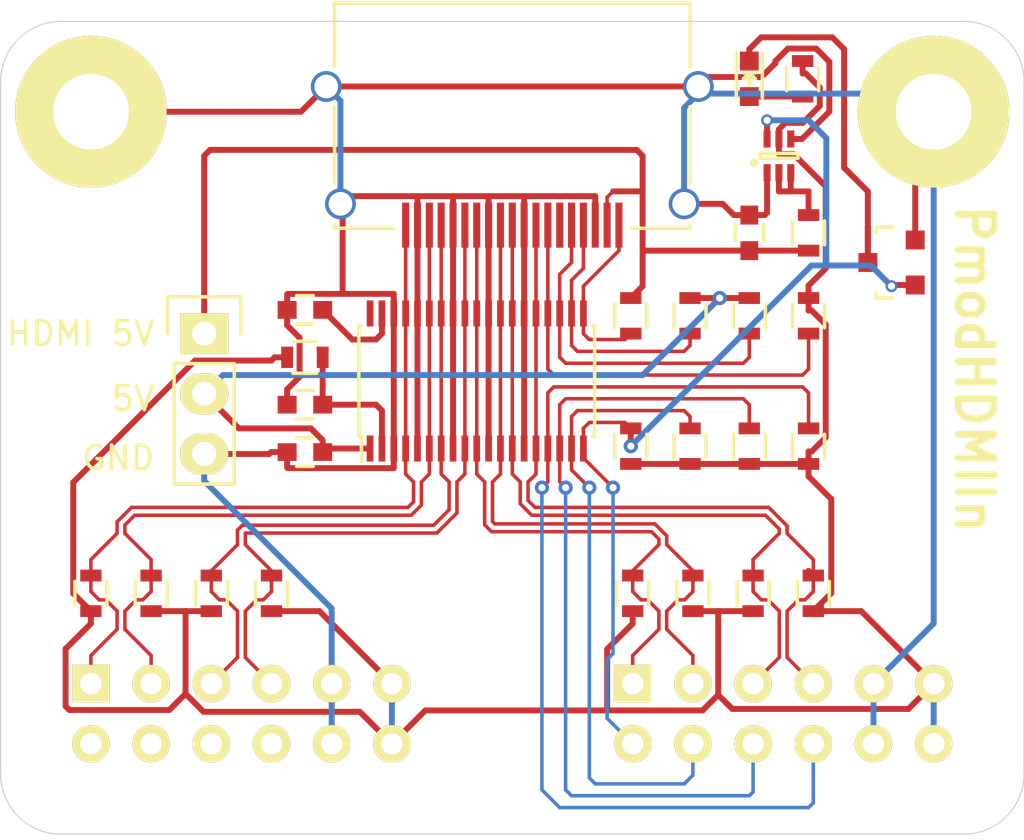
<source format=kicad_pcb>
(kicad_pcb (version 20171130) (host pcbnew "(5.1.12)-1")

  (general
    (thickness 1.6)
    (drawings 12)
    (tracks 434)
    (zones 0)
    (modules 33)
    (nets 32)
  )

  (page A4)
  (title_block
    (title PmodHDMIIn)
    (rev 1)
    (comment 1 "License: CC BY-SA 4.0")
    (comment 2 "Grid Origin: 150, 100")
  )

  (layers
    (0 F.Cu signal)
    (31 B.Cu signal)
    (32 B.Adhes user hide)
    (33 F.Adhes user hide)
    (34 B.Paste user)
    (35 F.Paste user)
    (36 B.SilkS user)
    (37 F.SilkS user)
    (38 B.Mask user)
    (39 F.Mask user)
    (40 Dwgs.User user)
    (41 Cmts.User user)
    (42 Eco1.User user)
    (43 Eco2.User user)
    (44 Edge.Cuts user)
    (45 Margin user)
    (46 B.CrtYd user)
    (47 F.CrtYd user)
    (48 B.Fab user)
    (49 F.Fab user)
  )

  (setup
    (last_trace_width 0.25)
    (user_trace_width 0.15)
    (trace_clearance 0.15)
    (zone_clearance 0.2)
    (zone_45_only no)
    (trace_min 0.15)
    (via_size 0.6)
    (via_drill 0.3)
    (via_min_size 0.5)
    (via_min_drill 0.3)
    (user_via 0.5 0.3)
    (uvia_size 0.3)
    (uvia_drill 0.1)
    (uvias_allowed no)
    (uvia_min_size 0.2)
    (uvia_min_drill 0.1)
    (edge_width 0.15)
    (segment_width 0.2)
    (pcb_text_width 0.3)
    (pcb_text_size 1.5 1.5)
    (mod_edge_width 0.15)
    (mod_text_size 1 1)
    (mod_text_width 0.15)
    (pad_size 1.524 1.524)
    (pad_drill 0.762)
    (pad_to_mask_clearance 0.2)
    (aux_axis_origin 0 0)
    (grid_origin 150 100)
    (visible_elements 7FFFFFFF)
    (pcbplotparams
      (layerselection 0x00030_ffffffff)
      (usegerberextensions false)
      (usegerberattributes true)
      (usegerberadvancedattributes true)
      (creategerberjobfile true)
      (excludeedgelayer true)
      (linewidth 0.100000)
      (plotframeref false)
      (viasonmask false)
      (mode 1)
      (useauxorigin false)
      (hpglpennumber 1)
      (hpglpenspeed 20)
      (hpglpendiameter 15.000000)
      (psnegative false)
      (psa4output false)
      (plotreference true)
      (plotvalue true)
      (plotinvisibletext false)
      (padsonsilk false)
      (subtractmaskfromsilk false)
      (outputformat 1)
      (mirror false)
      (drillshape 1)
      (scaleselection 1)
      (outputdirectory ""))
  )

  (net 0 "")
  (net 1 GND)
  (net 2 "Net-(C1-Pad2)")
  (net 3 "Net-(C2-Pad1)")
  (net 4 /HDMI_A_5V)
  (net 5 "Net-(D1-Pad2)")
  (net 6 "Net-(D1-Pad1)")
  (net 7 /TMDS_2_P)
  (net 8 /TMDS_2_N)
  (net 9 /TMDS_1_P)
  (net 10 /TMDS_1_N)
  (net 11 /TMDS_0_P)
  (net 12 /TMDS_0_N)
  (net 13 /TMDS_C_N)
  (net 14 /CEC)
  (net 15 /SCL)
  (net 16 /SDA)
  (net 17 /HP)
  (net 18 /HP_HDMI)
  (net 19 /SDA_HDMI)
  (net 20 /SCL_HDMI)
  (net 21 /CEC_HDMI)
  (net 22 "Net-(IC1-Pad38)")
  (net 23 +3V3)
  (net 24 "Net-(P3-Pad14)")
  (net 25 "Net-(Q1-Pad2)")
  (net 26 "Net-(P1-Pad7)")
  (net 27 "Net-(P1-Pad8)")
  (net 28 "Net-(P1-Pad9)")
  (net 29 "Net-(P1-Pad10)")
  (net 30 /TMDS_C_P)
  (net 31 +5V)

  (net_class Default "This is the default net class."
    (clearance 0.15)
    (trace_width 0.25)
    (via_dia 0.6)
    (via_drill 0.3)
    (uvia_dia 0.3)
    (uvia_drill 0.1)
    (add_net +3V3)
    (add_net +5V)
    (add_net /CEC)
    (add_net /CEC_HDMI)
    (add_net /HDMI_A_5V)
    (add_net /HP)
    (add_net /HP_HDMI)
    (add_net /SCL)
    (add_net /SCL_HDMI)
    (add_net /SDA)
    (add_net /SDA_HDMI)
    (add_net /TMDS_0_N)
    (add_net /TMDS_0_P)
    (add_net /TMDS_1_N)
    (add_net /TMDS_1_P)
    (add_net /TMDS_2_N)
    (add_net /TMDS_2_P)
    (add_net /TMDS_C_N)
    (add_net /TMDS_C_P)
    (add_net GND)
    (add_net "Net-(C1-Pad2)")
    (add_net "Net-(C2-Pad1)")
    (add_net "Net-(D1-Pad1)")
    (add_net "Net-(D1-Pad2)")
    (add_net "Net-(IC1-Pad38)")
    (add_net "Net-(P1-Pad10)")
    (add_net "Net-(P1-Pad7)")
    (add_net "Net-(P1-Pad8)")
    (add_net "Net-(P1-Pad9)")
    (add_net "Net-(P3-Pad14)")
    (add_net "Net-(Q1-Pad2)")
  )

  (module Capacitors_SMD:C_0603 (layer F.Cu) (tedit 56A4BBA5) (tstamp 56A4A9EF)
    (at 141.25 85.5)
    (descr "Capacitor SMD 0603, reflow soldering, AVX (see smccp.pdf)")
    (tags "capacitor 0603")
    (path /56A4A4AC)
    (attr smd)
    (fp_text reference C1 (at 0 -1.9) (layer F.SilkS) hide
      (effects (font (size 1 1) (thickness 0.15)))
    )
    (fp_text value 100n (at 0 1.9) (layer F.Fab) hide
      (effects (font (size 1 1) (thickness 0.15)))
    )
    (fp_line (start 0.35 0.6) (end -0.35 0.6) (layer F.SilkS) (width 0.15))
    (fp_line (start -0.35 -0.6) (end 0.35 -0.6) (layer F.SilkS) (width 0.15))
    (fp_line (start 1.45 -0.75) (end 1.45 0.75) (layer F.CrtYd) (width 0.05))
    (fp_line (start -1.45 -0.75) (end -1.45 0.75) (layer F.CrtYd) (width 0.05))
    (fp_line (start -1.45 0.75) (end 1.45 0.75) (layer F.CrtYd) (width 0.05))
    (fp_line (start -1.45 -0.75) (end 1.45 -0.75) (layer F.CrtYd) (width 0.05))
    (pad 1 smd rect (at -0.75 0) (size 0.8 0.75) (layers F.Cu F.Paste F.Mask)
      (net 1 GND))
    (pad 2 smd rect (at 0.75 0) (size 0.8 0.75) (layers F.Cu F.Paste F.Mask)
      (net 2 "Net-(C1-Pad2)"))
    (model Capacitors_SMD.3dshapes/C_0603.wrl
      (at (xyz 0 0 0))
      (scale (xyz 1 1 1))
      (rotate (xyz 0 0 0))
    )
  )

  (module Capacitors_SMD:C_0603 (layer F.Cu) (tedit 56A4BBB0) (tstamp 56A4A9F5)
    (at 141.25 89.5 180)
    (descr "Capacitor SMD 0603, reflow soldering, AVX (see smccp.pdf)")
    (tags "capacitor 0603")
    (path /56A4A4AB)
    (attr smd)
    (fp_text reference C2 (at 0 -1.9 180) (layer F.SilkS) hide
      (effects (font (size 1 1) (thickness 0.15)))
    )
    (fp_text value 100n (at 0 1.9 180) (layer F.Fab) hide
      (effects (font (size 1 1) (thickness 0.15)))
    )
    (fp_line (start 0.35 0.6) (end -0.35 0.6) (layer F.SilkS) (width 0.15))
    (fp_line (start -0.35 -0.6) (end 0.35 -0.6) (layer F.SilkS) (width 0.15))
    (fp_line (start 1.45 -0.75) (end 1.45 0.75) (layer F.CrtYd) (width 0.05))
    (fp_line (start -1.45 -0.75) (end -1.45 0.75) (layer F.CrtYd) (width 0.05))
    (fp_line (start -1.45 0.75) (end 1.45 0.75) (layer F.CrtYd) (width 0.05))
    (fp_line (start -1.45 -0.75) (end 1.45 -0.75) (layer F.CrtYd) (width 0.05))
    (pad 1 smd rect (at -0.75 0 180) (size 0.8 0.75) (layers F.Cu F.Paste F.Mask)
      (net 3 "Net-(C2-Pad1)"))
    (pad 2 smd rect (at 0.75 0 180) (size 0.8 0.75) (layers F.Cu F.Paste F.Mask)
      (net 1 GND))
    (model Capacitors_SMD.3dshapes/C_0603.wrl
      (at (xyz 0 0 0))
      (scale (xyz 1 1 1))
      (rotate (xyz 0 0 0))
    )
  )

  (module Capacitors_SMD:C_0603 (layer F.Cu) (tedit 56A4BB97) (tstamp 56A4A9FB)
    (at 141.25 91.5 180)
    (descr "Capacitor SMD 0603, reflow soldering, AVX (see smccp.pdf)")
    (tags "capacitor 0603")
    (path /56A4A4AA)
    (attr smd)
    (fp_text reference C3 (at 0 -1.9 180) (layer F.SilkS) hide
      (effects (font (size 1 1) (thickness 0.15)))
    )
    (fp_text value 100n (at 0 1.9 180) (layer F.Fab) hide
      (effects (font (size 1 1) (thickness 0.15)))
    )
    (fp_line (start 0.35 0.6) (end -0.35 0.6) (layer F.SilkS) (width 0.15))
    (fp_line (start -0.35 -0.6) (end 0.35 -0.6) (layer F.SilkS) (width 0.15))
    (fp_line (start 1.45 -0.75) (end 1.45 0.75) (layer F.CrtYd) (width 0.05))
    (fp_line (start -1.45 -0.75) (end -1.45 0.75) (layer F.CrtYd) (width 0.05))
    (fp_line (start -1.45 0.75) (end 1.45 0.75) (layer F.CrtYd) (width 0.05))
    (fp_line (start -1.45 -0.75) (end 1.45 -0.75) (layer F.CrtYd) (width 0.05))
    (pad 1 smd rect (at -0.75 0 180) (size 0.8 0.75) (layers F.Cu F.Paste F.Mask)
      (net 31 +5V))
    (pad 2 smd rect (at 0.75 0 180) (size 0.8 0.75) (layers F.Cu F.Paste F.Mask)
      (net 1 GND))
    (model Capacitors_SMD.3dshapes/C_0603.wrl
      (at (xyz 0 0 0))
      (scale (xyz 1 1 1))
      (rotate (xyz 0 0 0))
    )
  )

  (module Capacitors_SMD:C_0603 (layer F.Cu) (tedit 56A4BB65) (tstamp 56A4AA01)
    (at 160 82.25 90)
    (descr "Capacitor SMD 0603, reflow soldering, AVX (see smccp.pdf)")
    (tags "capacitor 0603")
    (path /56A4A4A9)
    (attr smd)
    (fp_text reference C4 (at 0 -1.9 90) (layer F.SilkS) hide
      (effects (font (size 1 1) (thickness 0.15)))
    )
    (fp_text value 0u1 (at 0 1.9 90) (layer F.Fab) hide
      (effects (font (size 1 1) (thickness 0.15)))
    )
    (fp_line (start 0.35 0.6) (end -0.35 0.6) (layer F.SilkS) (width 0.15))
    (fp_line (start -0.35 -0.6) (end 0.35 -0.6) (layer F.SilkS) (width 0.15))
    (fp_line (start 1.45 -0.75) (end 1.45 0.75) (layer F.CrtYd) (width 0.05))
    (fp_line (start -1.45 -0.75) (end -1.45 0.75) (layer F.CrtYd) (width 0.05))
    (fp_line (start -1.45 0.75) (end 1.45 0.75) (layer F.CrtYd) (width 0.05))
    (fp_line (start -1.45 -0.75) (end 1.45 -0.75) (layer F.CrtYd) (width 0.05))
    (pad 1 smd rect (at -0.75 0 90) (size 0.8 0.75) (layers F.Cu F.Paste F.Mask)
      (net 4 /HDMI_A_5V))
    (pad 2 smd rect (at 0.75 0 90) (size 0.8 0.75) (layers F.Cu F.Paste F.Mask)
      (net 1 GND))
    (model Capacitors_SMD.3dshapes/C_0603.wrl
      (at (xyz 0 0 0))
      (scale (xyz 1 1 1))
      (rotate (xyz 0 0 0))
    )
  )

  (module LEDs:LED_0603 (layer F.Cu) (tedit 56A4BB5A) (tstamp 56A4AA07)
    (at 160 75.75 270)
    (descr "LED 0603 smd package")
    (tags "LED led 0603 SMD smd SMT smt smdled SMDLED smtled SMTLED")
    (path /56A4A4BD)
    (attr smd)
    (fp_text reference D1 (at 0 -1.5 270) (layer F.SilkS) hide
      (effects (font (size 1 1) (thickness 0.15)))
    )
    (fp_text value LED (at 0 1.5 270) (layer F.Fab) hide
      (effects (font (size 1 1) (thickness 0.15)))
    )
    (fp_line (start -1.4 -0.75) (end 1.4 -0.75) (layer F.CrtYd) (width 0.05))
    (fp_line (start -1.4 0.75) (end -1.4 -0.75) (layer F.CrtYd) (width 0.05))
    (fp_line (start 1.4 0.75) (end -1.4 0.75) (layer F.CrtYd) (width 0.05))
    (fp_line (start 1.4 -0.75) (end 1.4 0.75) (layer F.CrtYd) (width 0.05))
    (fp_line (start 0 0.25) (end -0.25 0) (layer F.SilkS) (width 0.15))
    (fp_line (start 0 -0.25) (end 0 0.25) (layer F.SilkS) (width 0.15))
    (fp_line (start -0.25 0) (end 0 -0.25) (layer F.SilkS) (width 0.15))
    (fp_line (start -0.25 -0.25) (end -0.25 0.25) (layer F.SilkS) (width 0.15))
    (fp_line (start -0.2 0) (end 0.25 0) (layer F.SilkS) (width 0.15))
    (fp_line (start -1.1 -0.55) (end 0.8 -0.55) (layer F.SilkS) (width 0.15))
    (fp_line (start -1.1 0.55) (end 0.8 0.55) (layer F.SilkS) (width 0.15))
    (pad 2 smd rect (at 0.7493 0 90) (size 0.79756 0.79756) (layers F.Cu F.Paste F.Mask)
      (net 5 "Net-(D1-Pad2)"))
    (pad 1 smd rect (at -0.7493 0 90) (size 0.79756 0.79756) (layers F.Cu F.Paste F.Mask)
      (net 6 "Net-(D1-Pad1)"))
    (model LEDs.3dshapes/LED_0603.wrl
      (at (xyz 0 0 0))
      (scale (xyz 1 1 1))
      (rotate (xyz 0 0 180))
    )
  )

  (module Housings_SSOP:TSSOP-38_4.4x9.7mm_Pitch0.5mm (layer F.Cu) (tedit 56A4BB94) (tstamp 56A4AA31)
    (at 148.5 88.5 90)
    (descr "TSSOP38: plastic thin shrink small outline package; 38 leads; body width 4.4 mm (see NXP SSOP-TSSOP-VSO-REFLOW.pdf and sot510-1_po.pdf)")
    (tags "SSOP 0.5")
    (path /56A4A49F)
    (attr smd)
    (fp_text reference IC1 (at 0 -5.9 90) (layer F.SilkS) hide
      (effects (font (size 1 1) (thickness 0.15)))
    )
    (fp_text value TPD12S520DBT (at 0 5.9 90) (layer F.Fab) hide
      (effects (font (size 1 1) (thickness 0.15)))
    )
    (fp_line (start -2.325 -4.8675) (end -3.4 -4.8675) (layer F.SilkS) (width 0.15))
    (fp_line (start -2.325 4.975) (end 2.325 4.975) (layer F.SilkS) (width 0.15))
    (fp_line (start -2.325 -4.975) (end 2.325 -4.975) (layer F.SilkS) (width 0.15))
    (fp_line (start -2.325 4.975) (end -2.325 4.8675) (layer F.SilkS) (width 0.15))
    (fp_line (start 2.325 4.975) (end 2.325 4.8675) (layer F.SilkS) (width 0.15))
    (fp_line (start 2.325 -4.975) (end 2.325 -4.8675) (layer F.SilkS) (width 0.15))
    (fp_line (start -2.325 -4.975) (end -2.325 -4.8675) (layer F.SilkS) (width 0.15))
    (fp_line (start -3.65 5.15) (end 3.65 5.15) (layer F.CrtYd) (width 0.05))
    (fp_line (start -3.65 -5.15) (end 3.65 -5.15) (layer F.CrtYd) (width 0.05))
    (fp_line (start 3.65 -5.15) (end 3.65 5.15) (layer F.CrtYd) (width 0.05))
    (fp_line (start -3.65 -5.15) (end -3.65 5.15) (layer F.CrtYd) (width 0.05))
    (pad 1 smd rect (at -2.85 -4.5 90) (size 1.1 0.285) (layers F.Cu F.Paste F.Mask)
      (net 31 +5V))
    (pad 2 smd rect (at -2.85 -4 90) (size 1.1 0.285) (layers F.Cu F.Paste F.Mask)
      (net 3 "Net-(C2-Pad1)"))
    (pad 3 smd rect (at -2.85 -3.5 90) (size 1.1 0.285) (layers F.Cu F.Paste F.Mask)
      (net 1 GND))
    (pad 4 smd rect (at -2.85 -3 90) (size 1.1 0.285) (layers F.Cu F.Paste F.Mask)
      (net 7 /TMDS_2_P))
    (pad 5 smd rect (at -2.85 -2.5 90) (size 1.1 0.285) (layers F.Cu F.Paste F.Mask)
      (net 1 GND))
    (pad 6 smd rect (at -2.85 -2 90) (size 1.1 0.285) (layers F.Cu F.Paste F.Mask)
      (net 8 /TMDS_2_N))
    (pad 7 smd rect (at -2.85 -1.5 90) (size 1.1 0.285) (layers F.Cu F.Paste F.Mask)
      (net 9 /TMDS_1_P))
    (pad 8 smd rect (at -2.85 -1 90) (size 1.1 0.285) (layers F.Cu F.Paste F.Mask)
      (net 1 GND))
    (pad 9 smd rect (at -2.85 -0.5 90) (size 1.1 0.285) (layers F.Cu F.Paste F.Mask)
      (net 10 /TMDS_1_N))
    (pad 10 smd rect (at -2.85 0 90) (size 1.1 0.285) (layers F.Cu F.Paste F.Mask)
      (net 11 /TMDS_0_P))
    (pad 11 smd rect (at -2.85 0.5 90) (size 1.1 0.285) (layers F.Cu F.Paste F.Mask)
      (net 1 GND))
    (pad 12 smd rect (at -2.85 1 90) (size 1.1 0.285) (layers F.Cu F.Paste F.Mask)
      (net 12 /TMDS_0_N))
    (pad 13 smd rect (at -2.85 1.5 90) (size 1.1 0.285) (layers F.Cu F.Paste F.Mask)
      (net 30 /TMDS_C_P))
    (pad 14 smd rect (at -2.85 2 90) (size 1.1 0.285) (layers F.Cu F.Paste F.Mask)
      (net 1 GND))
    (pad 15 smd rect (at -2.85 2.5 90) (size 1.1 0.285) (layers F.Cu F.Paste F.Mask)
      (net 13 /TMDS_C_N))
    (pad 16 smd rect (at -2.85 3 90) (size 1.1 0.285) (layers F.Cu F.Paste F.Mask)
      (net 14 /CEC))
    (pad 17 smd rect (at -2.85 3.5 90) (size 1.1 0.285) (layers F.Cu F.Paste F.Mask)
      (net 15 /SCL))
    (pad 18 smd rect (at -2.85 4 90) (size 1.1 0.285) (layers F.Cu F.Paste F.Mask)
      (net 16 /SDA))
    (pad 19 smd rect (at -2.85 4.5 90) (size 1.1 0.285) (layers F.Cu F.Paste F.Mask)
      (net 17 /HP))
    (pad 20 smd rect (at 2.85 4.5 90) (size 1.1 0.285) (layers F.Cu F.Paste F.Mask)
      (net 18 /HP_HDMI))
    (pad 21 smd rect (at 2.85 4 90) (size 1.1 0.285) (layers F.Cu F.Paste F.Mask)
      (net 19 /SDA_HDMI))
    (pad 22 smd rect (at 2.85 3.5 90) (size 1.1 0.285) (layers F.Cu F.Paste F.Mask)
      (net 20 /SCL_HDMI))
    (pad 23 smd rect (at 2.85 3 90) (size 1.1 0.285) (layers F.Cu F.Paste F.Mask)
      (net 21 /CEC_HDMI))
    (pad 24 smd rect (at 2.85 2.5 90) (size 1.1 0.285) (layers F.Cu F.Paste F.Mask)
      (net 13 /TMDS_C_N))
    (pad 25 smd rect (at 2.85 2 90) (size 1.1 0.285) (layers F.Cu F.Paste F.Mask)
      (net 1 GND))
    (pad 26 smd rect (at 2.85 1.5 90) (size 1.1 0.285) (layers F.Cu F.Paste F.Mask)
      (net 30 /TMDS_C_P))
    (pad 27 smd rect (at 2.85 1 90) (size 1.1 0.285) (layers F.Cu F.Paste F.Mask)
      (net 12 /TMDS_0_N))
    (pad 28 smd rect (at 2.85 0.5 90) (size 1.1 0.285) (layers F.Cu F.Paste F.Mask)
      (net 1 GND))
    (pad 29 smd rect (at 2.85 0 90) (size 1.1 0.285) (layers F.Cu F.Paste F.Mask)
      (net 11 /TMDS_0_P))
    (pad 30 smd rect (at 2.85 -0.5 90) (size 1.1 0.285) (layers F.Cu F.Paste F.Mask)
      (net 10 /TMDS_1_N))
    (pad 31 smd rect (at 2.85 -1 90) (size 1.1 0.285) (layers F.Cu F.Paste F.Mask)
      (net 1 GND))
    (pad 32 smd rect (at 2.85 -1.5 90) (size 1.1 0.285) (layers F.Cu F.Paste F.Mask)
      (net 9 /TMDS_1_P))
    (pad 33 smd rect (at 2.85 -2 90) (size 1.1 0.285) (layers F.Cu F.Paste F.Mask)
      (net 8 /TMDS_2_N))
    (pad 34 smd rect (at 2.85 -2.5 90) (size 1.1 0.285) (layers F.Cu F.Paste F.Mask)
      (net 1 GND))
    (pad 35 smd rect (at 2.85 -3 90) (size 1.1 0.285) (layers F.Cu F.Paste F.Mask)
      (net 7 /TMDS_2_P))
    (pad 36 smd rect (at 2.85 -3.5 90) (size 1.1 0.285) (layers F.Cu F.Paste F.Mask)
      (net 1 GND))
    (pad 37 smd rect (at 2.85 -4 90) (size 1.1 0.285) (layers F.Cu F.Paste F.Mask)
      (net 2 "Net-(C1-Pad2)"))
    (pad 38 smd rect (at 2.85 -4.5 90) (size 1.1 0.285) (layers F.Cu F.Paste F.Mask)
      (net 22 "Net-(IC1-Pad38)"))
    (model Housings_SSOP.3dshapes/TSSOP-38_4.4x9.7mm_Pitch0.5mm.wrl
      (at (xyz 0 0 0))
      (scale (xyz 1 1 1))
      (rotate (xyz 0 0 0))
    )
  )

  (module Digilent:PMOD-DUAL-MALE (layer F.Cu) (tedit 56A4AB07) (tstamp 56A4AA41)
    (at 138.57 107.62 180)
    (path /56A49E7A)
    (fp_text reference P1 (at 0 1.27 180) (layer F.SilkS) hide
      (effects (font (size 1.5 1.5) (thickness 0.15)))
    )
    (fp_text value PMOD (at 0 8.89 180) (layer F.SilkS) hide
      (effects (font (size 1.5 1.5) (thickness 0.15)))
    )
    (fp_line (start -7.62 0) (end 7.62 0) (layer Dwgs.User) (width 0.15))
    (pad 1 thru_hole rect (at 6.35 6.35 180) (size 1.584 1.584) (drill 0.9) (layers *.Cu *.Mask F.SilkS)
      (net 7 /TMDS_2_P))
    (pad 2 thru_hole circle (at 3.81 6.35 180) (size 1.584 1.584) (drill 0.9) (layers *.Cu *.Mask F.SilkS)
      (net 8 /TMDS_2_N))
    (pad 3 thru_hole circle (at 1.27 6.35 180) (size 1.584 1.584) (drill 0.9) (layers *.Cu *.Mask F.SilkS)
      (net 9 /TMDS_1_P))
    (pad 4 thru_hole circle (at -1.27 6.35 180) (size 1.584 1.584) (drill 0.9) (layers *.Cu *.Mask F.SilkS)
      (net 10 /TMDS_1_N))
    (pad 5 thru_hole circle (at -3.81 6.35 180) (size 1.584 1.584) (drill 0.9) (layers *.Cu *.Mask F.SilkS)
      (net 1 GND))
    (pad 6 thru_hole circle (at -6.35 6.35 180) (size 1.584 1.584) (drill 0.9) (layers *.Cu *.Mask F.SilkS)
      (net 23 +3V3))
    (pad 7 thru_hole circle (at 6.35 3.81 180) (size 1.584 1.584) (drill 0.9) (layers *.Cu *.Mask F.SilkS)
      (net 26 "Net-(P1-Pad7)"))
    (pad 8 thru_hole circle (at 3.81 3.81 180) (size 1.584 1.584) (drill 0.9) (layers *.Cu *.Mask F.SilkS)
      (net 27 "Net-(P1-Pad8)"))
    (pad 9 thru_hole circle (at 1.27 3.81 180) (size 1.584 1.584) (drill 0.9) (layers *.Cu *.Mask F.SilkS)
      (net 28 "Net-(P1-Pad9)"))
    (pad 10 thru_hole circle (at -1.27 3.81 180) (size 1.584 1.584) (drill 0.9) (layers *.Cu *.Mask F.SilkS)
      (net 29 "Net-(P1-Pad10)"))
    (pad 11 thru_hole circle (at -3.81 3.81 180) (size 1.584 1.584) (drill 0.9) (layers *.Cu *.Mask F.SilkS)
      (net 1 GND))
    (pad 12 thru_hole circle (at -6.35 3.81 180) (size 1.584 1.584) (drill 0.9) (layers *.Cu *.Mask F.SilkS)
      (net 23 +3V3))
  )

  (module Digilent:PMOD-DUAL-MALE (layer F.Cu) (tedit 56A4AB0A) (tstamp 56A4AA51)
    (at 161.43 107.62 180)
    (path /56A49EC2)
    (fp_text reference P2 (at 0 1.27 180) (layer F.SilkS) hide
      (effects (font (size 1.5 1.5) (thickness 0.15)))
    )
    (fp_text value PMOD (at 0 8.89 180) (layer F.SilkS) hide
      (effects (font (size 1.5 1.5) (thickness 0.15)))
    )
    (fp_line (start -7.62 0) (end 7.62 0) (layer Dwgs.User) (width 0.15))
    (pad 1 thru_hole rect (at 6.35 6.35 180) (size 1.584 1.584) (drill 0.9) (layers *.Cu *.Mask F.SilkS)
      (net 11 /TMDS_0_P))
    (pad 2 thru_hole circle (at 3.81 6.35 180) (size 1.584 1.584) (drill 0.9) (layers *.Cu *.Mask F.SilkS)
      (net 12 /TMDS_0_N))
    (pad 3 thru_hole circle (at 1.27 6.35 180) (size 1.584 1.584) (drill 0.9) (layers *.Cu *.Mask F.SilkS)
      (net 30 /TMDS_C_P))
    (pad 4 thru_hole circle (at -1.27 6.35 180) (size 1.584 1.584) (drill 0.9) (layers *.Cu *.Mask F.SilkS)
      (net 13 /TMDS_C_N))
    (pad 5 thru_hole circle (at -3.81 6.35 180) (size 1.584 1.584) (drill 0.9) (layers *.Cu *.Mask F.SilkS)
      (net 1 GND))
    (pad 6 thru_hole circle (at -6.35 6.35 180) (size 1.584 1.584) (drill 0.9) (layers *.Cu *.Mask F.SilkS)
      (net 23 +3V3))
    (pad 7 thru_hole circle (at 6.35 3.81 180) (size 1.584 1.584) (drill 0.9) (layers *.Cu *.Mask F.SilkS)
      (net 17 /HP))
    (pad 8 thru_hole circle (at 3.81 3.81 180) (size 1.584 1.584) (drill 0.9) (layers *.Cu *.Mask F.SilkS)
      (net 16 /SDA))
    (pad 9 thru_hole circle (at 1.27 3.81 180) (size 1.584 1.584) (drill 0.9) (layers *.Cu *.Mask F.SilkS)
      (net 15 /SCL))
    (pad 10 thru_hole circle (at -1.27 3.81 180) (size 1.584 1.584) (drill 0.9) (layers *.Cu *.Mask F.SilkS)
      (net 14 /CEC))
    (pad 11 thru_hole circle (at -3.81 3.81 180) (size 1.584 1.584) (drill 0.9) (layers *.Cu *.Mask F.SilkS)
      (net 1 GND))
    (pad 12 thru_hole circle (at -6.35 3.81 180) (size 1.584 1.584) (drill 0.9) (layers *.Cu *.Mask F.SilkS)
      (net 23 +3V3))
  )

  (module Connectors_FCI:10029449-11xRLF (layer F.Cu) (tedit 56A4BBA2) (tstamp 56A4AA6C)
    (at 150 79 180)
    (descr "FCI HDMI TYPE A RECEPTACLE")
    (tags "FCI HDMI type A receptacle")
    (path /56A4A49E)
    (attr smd)
    (fp_text reference P3 (at 0 -4.65 180) (layer F.SilkS) hide
      (effects (font (size 1 1) (thickness 0.15)))
    )
    (fp_text value HDMI-A (at 0 7.325 180) (layer F.Fab) hide
      (effects (font (size 1 1) (thickness 0.15)))
    )
    (fp_line (start -8.55 6.55) (end 8.55 6.55) (layer F.CrtYd) (width 0.05))
    (fp_line (start -8.55 -3.15) (end -8.55 6.55) (layer F.CrtYd) (width 0.05))
    (fp_line (start 8.55 -3.15) (end 8.55 6.55) (layer F.CrtYd) (width 0.05))
    (fp_line (start -8.55 -3.15) (end -5 -3.15) (layer F.CrtYd) (width 0.05))
    (fp_line (start 8.55 -3.15) (end 5 -3.15) (layer F.CrtYd) (width 0.05))
    (fp_line (start 5 -3.95) (end 5 -3.15) (layer F.CrtYd) (width 0.05))
    (fp_line (start -5 -3.95) (end -5 -3.15) (layer F.CrtYd) (width 0.05))
    (fp_line (start -5 -3.95) (end 5 -3.95) (layer F.CrtYd) (width 0.05))
    (fp_line (start 7.5 -3.055) (end 5 -3.055) (layer F.SilkS) (width 0.15))
    (fp_line (start -7.5 -3.055) (end -5 -3.055) (layer F.SilkS) (width 0.15))
    (fp_line (start 7.5 6.445) (end -7.5 6.445) (layer F.SilkS) (width 0.15))
    (fp_line (start 7.5 3.775) (end 7.5 6.445) (layer F.SilkS) (width 0.15))
    (fp_line (start 7.5 -1.175) (end 7.5 2.075) (layer F.SilkS) (width 0.15))
    (fp_line (start 7.5 -3.055) (end 7.5 -2.925) (layer F.SilkS) (width 0.15))
    (fp_line (start -7.5 3.775) (end -7.5 6.445) (layer F.SilkS) (width 0.15))
    (fp_line (start -7.5 -1.175) (end -7.5 2.075) (layer F.SilkS) (width 0.15))
    (fp_line (start -7.5 -3.055) (end -7.5 -2.925) (layer F.SilkS) (width 0.15))
    (fp_line (start -7.85 5.475) (end 7.85 5.475) (layer F.Fab) (width 0.05))
    (pad 1 smd rect (at 4.5 -2.925 180) (size 0.3 1.9) (layers F.Cu F.Paste F.Mask)
      (net 7 /TMDS_2_P))
    (pad 2 smd rect (at 4 -2.925 180) (size 0.3 1.9) (layers F.Cu F.Paste F.Mask)
      (net 1 GND))
    (pad 3 smd rect (at 3.5 -2.925 180) (size 0.3 1.9) (layers F.Cu F.Paste F.Mask)
      (net 8 /TMDS_2_N))
    (pad 4 smd rect (at 3 -2.925 180) (size 0.3 1.9) (layers F.Cu F.Paste F.Mask)
      (net 9 /TMDS_1_P))
    (pad 5 smd rect (at 2.5 -2.925 180) (size 0.3 1.9) (layers F.Cu F.Paste F.Mask)
      (net 1 GND))
    (pad 6 smd rect (at 2 -2.925 180) (size 0.3 1.9) (layers F.Cu F.Paste F.Mask)
      (net 10 /TMDS_1_N))
    (pad 7 smd rect (at 1.5 -2.925 180) (size 0.3 1.9) (layers F.Cu F.Paste F.Mask)
      (net 11 /TMDS_0_P))
    (pad 8 smd rect (at 1 -2.925 180) (size 0.3 1.9) (layers F.Cu F.Paste F.Mask)
      (net 1 GND))
    (pad 9 smd rect (at 0.5 -2.925 180) (size 0.3 1.9) (layers F.Cu F.Paste F.Mask)
      (net 12 /TMDS_0_N))
    (pad 10 smd rect (at 0 -2.925 180) (size 0.3 1.9) (layers F.Cu F.Paste F.Mask)
      (net 30 /TMDS_C_P))
    (pad 11 smd rect (at -0.5 -2.925 180) (size 0.3 1.9) (layers F.Cu F.Paste F.Mask)
      (net 1 GND))
    (pad 12 smd rect (at -1 -2.925 180) (size 0.3 1.9) (layers F.Cu F.Paste F.Mask)
      (net 13 /TMDS_C_N))
    (pad 13 smd rect (at -1.5 -2.925 180) (size 0.3 1.9) (layers F.Cu F.Paste F.Mask)
      (net 21 /CEC_HDMI))
    (pad 14 smd rect (at -2 -2.925 180) (size 0.3 1.9) (layers F.Cu F.Paste F.Mask)
      (net 24 "Net-(P3-Pad14)"))
    (pad 15 smd rect (at -2.5 -2.925 180) (size 0.3 1.9) (layers F.Cu F.Paste F.Mask)
      (net 20 /SCL_HDMI))
    (pad 16 smd rect (at -3 -2.925 180) (size 0.3 1.9) (layers F.Cu F.Paste F.Mask)
      (net 19 /SDA_HDMI))
    (pad 17 smd rect (at -3.5 -2.925 180) (size 0.3 1.9) (layers F.Cu F.Paste F.Mask)
      (net 1 GND))
    (pad 18 smd rect (at -4 -2.925 180) (size 0.3 1.9) (layers F.Cu F.Paste F.Mask)
      (net 4 /HDMI_A_5V))
    (pad 19 smd rect (at -4.5 -2.925 180) (size 0.3 1.9) (layers F.Cu F.Paste F.Mask)
      (net 18 /HP_HDMI))
    (pad F1 thru_hole circle (at -7.25 -2.025 180) (size 1.3 1.3) (drill 1) (layers *.Cu *.Mask)
      (net 1 GND))
    (pad F2 thru_hole circle (at 7.25 -2.025 180) (size 1.3 1.3) (drill 1) (layers *.Cu *.Mask)
      (net 1 GND))
    (pad F3 thru_hole circle (at -7.85 2.925 180) (size 1.3 1.3) (drill 1) (layers *.Cu *.Mask)
      (net 1 GND))
    (pad F4 thru_hole circle (at 7.85 2.925 180) (size 1.3 1.3) (drill 1) (layers *.Cu *.Mask)
      (net 1 GND))
  )

  (module Pin_Headers:Pin_Header_Straight_1x03 (layer F.Cu) (tedit 56A4BAFC) (tstamp 56A4AA73)
    (at 137 86.5)
    (descr "Through hole pin header")
    (tags "pin header")
    (path /56A520FE)
    (fp_text reference P4 (at 0 -5.1) (layer F.SilkS) hide
      (effects (font (size 1 1) (thickness 0.15)))
    )
    (fp_text value POWER (at 0 -3.1) (layer F.Fab) hide
      (effects (font (size 1 1) (thickness 0.15)))
    )
    (fp_line (start -1.55 -1.55) (end 1.55 -1.55) (layer F.SilkS) (width 0.15))
    (fp_line (start -1.55 0) (end -1.55 -1.55) (layer F.SilkS) (width 0.15))
    (fp_line (start 1.27 1.27) (end -1.27 1.27) (layer F.SilkS) (width 0.15))
    (fp_line (start 1.55 -1.55) (end 1.55 0) (layer F.SilkS) (width 0.15))
    (fp_line (start 1.27 6.35) (end 1.27 1.27) (layer F.SilkS) (width 0.15))
    (fp_line (start -1.27 6.35) (end 1.27 6.35) (layer F.SilkS) (width 0.15))
    (fp_line (start -1.27 1.27) (end -1.27 6.35) (layer F.SilkS) (width 0.15))
    (fp_line (start -1.75 6.85) (end 1.75 6.85) (layer F.CrtYd) (width 0.05))
    (fp_line (start -1.75 -1.75) (end 1.75 -1.75) (layer F.CrtYd) (width 0.05))
    (fp_line (start 1.75 -1.75) (end 1.75 6.85) (layer F.CrtYd) (width 0.05))
    (fp_line (start -1.75 -1.75) (end -1.75 6.85) (layer F.CrtYd) (width 0.05))
    (pad 1 thru_hole rect (at 0 0) (size 2.032 1.7272) (drill 1.016) (layers *.Cu *.Mask F.SilkS)
      (net 4 /HDMI_A_5V))
    (pad 2 thru_hole oval (at 0 2.54) (size 2.032 1.7272) (drill 1.016) (layers *.Cu *.Mask F.SilkS)
      (net 31 +5V))
    (pad 3 thru_hole oval (at 0 5.08) (size 2.032 1.7272) (drill 1.016) (layers *.Cu *.Mask F.SilkS)
      (net 1 GND))
    (model Pin_Headers.3dshapes/Pin_Header_Straight_1x03.wrl
      (offset (xyz 0 -2.539999961853027 0))
      (scale (xyz 1 1 1))
      (rotate (xyz 0 0 90))
    )
  )

  (module TO_SOT_Packages_SMD_local:SOT-563F (layer F.Cu) (tedit 56A4BB52) (tstamp 56A4AA7D)
    (at 161.25 79 90)
    (descr "6-pin SOT-563F package (https://www.fairchildsemi.com/package-drawings/MA/MAD06A.pdf)")
    (tags SOT-563F)
    (path /56A4A4B7)
    (attr smd)
    (fp_text reference Q1 (at 0 -2.9 90) (layer F.SilkS) hide
      (effects (font (size 1 1) (thickness 0.15)))
    )
    (fp_text value FDY3000NZ (at 0 2.9 90) (layer F.Fab) hide
      (effects (font (size 1 1) (thickness 0.15)))
    )
    (fp_circle (center -0.3 -1.05) (end -0.2 -1.05) (layer F.SilkS) (width 0.15))
    (fp_line (start -0.1 -0.8) (end -0.1 0.8) (layer F.SilkS) (width 0.15))
    (fp_line (start -0.1 0.8) (end 0.1 0.8) (layer F.SilkS) (width 0.15))
    (fp_line (start 0.1 0.8) (end 0.1 -0.8) (layer F.SilkS) (width 0.15))
    (fp_line (start 0.1 -0.8) (end -0.1 -0.8) (layer F.SilkS) (width 0.15))
    (fp_line (start 1.15 -0.85) (end -1.15 -0.85) (layer F.CrtYd) (width 0.05))
    (fp_line (start 1.15 0.85) (end 1.15 -0.85) (layer F.CrtYd) (width 0.05))
    (fp_line (start -1.15 0.85) (end 1.15 0.85) (layer F.CrtYd) (width 0.05))
    (fp_line (start -1.15 -0.85) (end -1.15 0.85) (layer F.CrtYd) (width 0.05))
    (pad 1 smd rect (at -0.71 -0.5 90) (size 0.72 0.3) (layers F.Cu F.Paste F.Mask)
      (net 1 GND))
    (pad 2 smd rect (at -0.71 0 90) (size 0.72 0.3) (layers F.Cu F.Paste F.Mask)
      (net 25 "Net-(Q1-Pad2)"))
    (pad 3 smd rect (at -0.71 0.5 90) (size 0.72 0.3) (layers F.Cu F.Paste F.Mask)
      (net 25 "Net-(Q1-Pad2)"))
    (pad 4 smd rect (at 0.71 0.5 90) (size 0.72 0.3) (layers F.Cu F.Paste F.Mask)
      (net 1 GND))
    (pad 6 smd rect (at 0.71 -0.5 90) (size 0.72 0.3) (layers F.Cu F.Paste F.Mask)
      (net 17 /HP))
    (pad 5 smd rect (at 0.71 0 90) (size 0.72 0.3) (layers F.Cu F.Paste F.Mask)
      (net 23 +3V3))
  )

  (module TO_SOT_Packages_SMD:SOT-23 (layer F.Cu) (tedit 56A4BB48) (tstamp 56A4AA84)
    (at 166 83.5 90)
    (descr "SOT-23, Standard")
    (tags SOT-23)
    (path /56A4A4BE)
    (attr smd)
    (fp_text reference Q2 (at 0 -2.25 90) (layer F.SilkS) hide
      (effects (font (size 1 1) (thickness 0.15)))
    )
    (fp_text value BSS123 (at 0 2.3 90) (layer F.Fab) hide
      (effects (font (size 1 1) (thickness 0.15)))
    )
    (fp_line (start 1.49982 -0.65024) (end 1.49982 0.0508) (layer F.SilkS) (width 0.15))
    (fp_line (start 1.29916 -0.65024) (end 1.49982 -0.65024) (layer F.SilkS) (width 0.15))
    (fp_line (start -1.49982 -0.65024) (end -1.2509 -0.65024) (layer F.SilkS) (width 0.15))
    (fp_line (start -1.49982 0.0508) (end -1.49982 -0.65024) (layer F.SilkS) (width 0.15))
    (fp_line (start 1.29916 -0.65024) (end 1.2509 -0.65024) (layer F.SilkS) (width 0.15))
    (fp_line (start -1.65 1.6) (end -1.65 -1.6) (layer F.CrtYd) (width 0.05))
    (fp_line (start 1.65 1.6) (end -1.65 1.6) (layer F.CrtYd) (width 0.05))
    (fp_line (start 1.65 -1.6) (end 1.65 1.6) (layer F.CrtYd) (width 0.05))
    (fp_line (start -1.65 -1.6) (end 1.65 -1.6) (layer F.CrtYd) (width 0.05))
    (pad 1 smd rect (at -0.95 1.00076 90) (size 0.8001 0.8001) (layers F.Cu F.Paste F.Mask)
      (net 17 /HP))
    (pad 2 smd rect (at 0.95 1.00076 90) (size 0.8001 0.8001) (layers F.Cu F.Paste F.Mask)
      (net 1 GND))
    (pad 3 smd rect (at 0 -0.99822 90) (size 0.8001 0.8001) (layers F.Cu F.Paste F.Mask)
      (net 6 "Net-(D1-Pad1)"))
    (model TO_SOT_Packages_SMD.3dshapes/SOT-23.wrl
      (at (xyz 0 0 0))
      (scale (xyz 1 1 1))
      (rotate (xyz 0 0 0))
    )
  )

  (module Resistors_SMD:R_0603 (layer F.Cu) (tedit 56A4BB18) (tstamp 56A4AA8A)
    (at 132.22 97.46 90)
    (descr "Resistor SMD 0603, reflow soldering, Vishay (see dcrcw.pdf)")
    (tags "resistor 0603")
    (path /56A4D953)
    (attr smd)
    (fp_text reference R1 (at 0 -1.9 90) (layer F.SilkS) hide
      (effects (font (size 1 1) (thickness 0.15)))
    )
    (fp_text value 50R (at 0 1.9 90) (layer F.Fab) hide
      (effects (font (size 1 1) (thickness 0.15)))
    )
    (fp_line (start -0.5 -0.675) (end 0.5 -0.675) (layer F.SilkS) (width 0.15))
    (fp_line (start 0.5 0.675) (end -0.5 0.675) (layer F.SilkS) (width 0.15))
    (fp_line (start 1.3 -0.8) (end 1.3 0.8) (layer F.CrtYd) (width 0.05))
    (fp_line (start -1.3 -0.8) (end -1.3 0.8) (layer F.CrtYd) (width 0.05))
    (fp_line (start -1.3 0.8) (end 1.3 0.8) (layer F.CrtYd) (width 0.05))
    (fp_line (start -1.3 -0.8) (end 1.3 -0.8) (layer F.CrtYd) (width 0.05))
    (pad 1 smd rect (at -0.75 0 90) (size 0.5 0.9) (layers F.Cu F.Paste F.Mask)
      (net 23 +3V3))
    (pad 2 smd rect (at 0.75 0 90) (size 0.5 0.9) (layers F.Cu F.Paste F.Mask)
      (net 7 /TMDS_2_P))
    (model Resistors_SMD.3dshapes/R_0603.wrl
      (at (xyz 0 0 0))
      (scale (xyz 1 1 1))
      (rotate (xyz 0 0 0))
    )
  )

  (module Resistors_SMD:R_0603 (layer F.Cu) (tedit 56A4BB13) (tstamp 56A4AA90)
    (at 134.76 97.46 270)
    (descr "Resistor SMD 0603, reflow soldering, Vishay (see dcrcw.pdf)")
    (tags "resistor 0603")
    (path /56A4DE59)
    (attr smd)
    (fp_text reference R2 (at 0 -1.9 270) (layer F.SilkS) hide
      (effects (font (size 1 1) (thickness 0.15)))
    )
    (fp_text value 50R (at 0 1.9 270) (layer F.Fab) hide
      (effects (font (size 1 1) (thickness 0.15)))
    )
    (fp_line (start -0.5 -0.675) (end 0.5 -0.675) (layer F.SilkS) (width 0.15))
    (fp_line (start 0.5 0.675) (end -0.5 0.675) (layer F.SilkS) (width 0.15))
    (fp_line (start 1.3 -0.8) (end 1.3 0.8) (layer F.CrtYd) (width 0.05))
    (fp_line (start -1.3 -0.8) (end -1.3 0.8) (layer F.CrtYd) (width 0.05))
    (fp_line (start -1.3 0.8) (end 1.3 0.8) (layer F.CrtYd) (width 0.05))
    (fp_line (start -1.3 -0.8) (end 1.3 -0.8) (layer F.CrtYd) (width 0.05))
    (pad 1 smd rect (at -0.75 0 270) (size 0.5 0.9) (layers F.Cu F.Paste F.Mask)
      (net 8 /TMDS_2_N))
    (pad 2 smd rect (at 0.75 0 270) (size 0.5 0.9) (layers F.Cu F.Paste F.Mask)
      (net 23 +3V3))
    (model Resistors_SMD.3dshapes/R_0603.wrl
      (at (xyz 0 0 0))
      (scale (xyz 1 1 1))
      (rotate (xyz 0 0 0))
    )
  )

  (module Resistors_SMD:R_0603 (layer F.Cu) (tedit 56A4BB15) (tstamp 56A4AA96)
    (at 137.3 97.46 90)
    (descr "Resistor SMD 0603, reflow soldering, Vishay (see dcrcw.pdf)")
    (tags "resistor 0603")
    (path /56A4DF6A)
    (attr smd)
    (fp_text reference R3 (at 0 -1.9 90) (layer F.SilkS) hide
      (effects (font (size 1 1) (thickness 0.15)))
    )
    (fp_text value 50R (at 0 1.9 90) (layer F.Fab) hide
      (effects (font (size 1 1) (thickness 0.15)))
    )
    (fp_line (start -0.5 -0.675) (end 0.5 -0.675) (layer F.SilkS) (width 0.15))
    (fp_line (start 0.5 0.675) (end -0.5 0.675) (layer F.SilkS) (width 0.15))
    (fp_line (start 1.3 -0.8) (end 1.3 0.8) (layer F.CrtYd) (width 0.05))
    (fp_line (start -1.3 -0.8) (end -1.3 0.8) (layer F.CrtYd) (width 0.05))
    (fp_line (start -1.3 0.8) (end 1.3 0.8) (layer F.CrtYd) (width 0.05))
    (fp_line (start -1.3 -0.8) (end 1.3 -0.8) (layer F.CrtYd) (width 0.05))
    (pad 1 smd rect (at -0.75 0 90) (size 0.5 0.9) (layers F.Cu F.Paste F.Mask)
      (net 23 +3V3))
    (pad 2 smd rect (at 0.75 0 90) (size 0.5 0.9) (layers F.Cu F.Paste F.Mask)
      (net 9 /TMDS_1_P))
    (model Resistors_SMD.3dshapes/R_0603.wrl
      (at (xyz 0 0 0))
      (scale (xyz 1 1 1))
      (rotate (xyz 0 0 0))
    )
  )

  (module Resistors_SMD:R_0603 (layer F.Cu) (tedit 56A4BB10) (tstamp 56A4AA9C)
    (at 139.84 97.46 270)
    (descr "Resistor SMD 0603, reflow soldering, Vishay (see dcrcw.pdf)")
    (tags "resistor 0603")
    (path /56A4E03F)
    (attr smd)
    (fp_text reference R4 (at 0 -1.9 270) (layer F.SilkS) hide
      (effects (font (size 1 1) (thickness 0.15)))
    )
    (fp_text value 50R (at 0 1.9 270) (layer F.Fab) hide
      (effects (font (size 1 1) (thickness 0.15)))
    )
    (fp_line (start -0.5 -0.675) (end 0.5 -0.675) (layer F.SilkS) (width 0.15))
    (fp_line (start 0.5 0.675) (end -0.5 0.675) (layer F.SilkS) (width 0.15))
    (fp_line (start 1.3 -0.8) (end 1.3 0.8) (layer F.CrtYd) (width 0.05))
    (fp_line (start -1.3 -0.8) (end -1.3 0.8) (layer F.CrtYd) (width 0.05))
    (fp_line (start -1.3 0.8) (end 1.3 0.8) (layer F.CrtYd) (width 0.05))
    (fp_line (start -1.3 -0.8) (end 1.3 -0.8) (layer F.CrtYd) (width 0.05))
    (pad 1 smd rect (at -0.75 0 270) (size 0.5 0.9) (layers F.Cu F.Paste F.Mask)
      (net 10 /TMDS_1_N))
    (pad 2 smd rect (at 0.75 0 270) (size 0.5 0.9) (layers F.Cu F.Paste F.Mask)
      (net 23 +3V3))
    (model Resistors_SMD.3dshapes/R_0603.wrl
      (at (xyz 0 0 0))
      (scale (xyz 1 1 1))
      (rotate (xyz 0 0 0))
    )
  )

  (module Resistors_SMD:R_0603 (layer F.Cu) (tedit 56A4BB2E) (tstamp 56A4AAA2)
    (at 155.08 97.46 90)
    (descr "Resistor SMD 0603, reflow soldering, Vishay (see dcrcw.pdf)")
    (tags "resistor 0603")
    (path /56A4E0E6)
    (attr smd)
    (fp_text reference R5 (at 0 -1.9 90) (layer F.SilkS) hide
      (effects (font (size 1 1) (thickness 0.15)))
    )
    (fp_text value 50R (at 0 1.9 90) (layer F.Fab) hide
      (effects (font (size 1 1) (thickness 0.15)))
    )
    (fp_line (start -0.5 -0.675) (end 0.5 -0.675) (layer F.SilkS) (width 0.15))
    (fp_line (start 0.5 0.675) (end -0.5 0.675) (layer F.SilkS) (width 0.15))
    (fp_line (start 1.3 -0.8) (end 1.3 0.8) (layer F.CrtYd) (width 0.05))
    (fp_line (start -1.3 -0.8) (end -1.3 0.8) (layer F.CrtYd) (width 0.05))
    (fp_line (start -1.3 0.8) (end 1.3 0.8) (layer F.CrtYd) (width 0.05))
    (fp_line (start -1.3 -0.8) (end 1.3 -0.8) (layer F.CrtYd) (width 0.05))
    (pad 1 smd rect (at -0.75 0 90) (size 0.5 0.9) (layers F.Cu F.Paste F.Mask)
      (net 23 +3V3))
    (pad 2 smd rect (at 0.75 0 90) (size 0.5 0.9) (layers F.Cu F.Paste F.Mask)
      (net 11 /TMDS_0_P))
    (model Resistors_SMD.3dshapes/R_0603.wrl
      (at (xyz 0 0 0))
      (scale (xyz 1 1 1))
      (rotate (xyz 0 0 0))
    )
  )

  (module Resistors_SMD:R_0603 (layer F.Cu) (tedit 56A4BB30) (tstamp 56A4AAA8)
    (at 157.62 97.46 270)
    (descr "Resistor SMD 0603, reflow soldering, Vishay (see dcrcw.pdf)")
    (tags "resistor 0603")
    (path /56A4E2B3)
    (attr smd)
    (fp_text reference R6 (at 0 -1.9 270) (layer F.SilkS) hide
      (effects (font (size 1 1) (thickness 0.15)))
    )
    (fp_text value 50R (at 0 1.9 270) (layer F.Fab) hide
      (effects (font (size 1 1) (thickness 0.15)))
    )
    (fp_line (start -0.5 -0.675) (end 0.5 -0.675) (layer F.SilkS) (width 0.15))
    (fp_line (start 0.5 0.675) (end -0.5 0.675) (layer F.SilkS) (width 0.15))
    (fp_line (start 1.3 -0.8) (end 1.3 0.8) (layer F.CrtYd) (width 0.05))
    (fp_line (start -1.3 -0.8) (end -1.3 0.8) (layer F.CrtYd) (width 0.05))
    (fp_line (start -1.3 0.8) (end 1.3 0.8) (layer F.CrtYd) (width 0.05))
    (fp_line (start -1.3 -0.8) (end 1.3 -0.8) (layer F.CrtYd) (width 0.05))
    (pad 1 smd rect (at -0.75 0 270) (size 0.5 0.9) (layers F.Cu F.Paste F.Mask)
      (net 12 /TMDS_0_N))
    (pad 2 smd rect (at 0.75 0 270) (size 0.5 0.9) (layers F.Cu F.Paste F.Mask)
      (net 23 +3V3))
    (model Resistors_SMD.3dshapes/R_0603.wrl
      (at (xyz 0 0 0))
      (scale (xyz 1 1 1))
      (rotate (xyz 0 0 0))
    )
  )

  (module Resistors_SMD:R_0603 (layer F.Cu) (tedit 56A4BB2B) (tstamp 56A4AAAE)
    (at 160.16 97.46 90)
    (descr "Resistor SMD 0603, reflow soldering, Vishay (see dcrcw.pdf)")
    (tags "resistor 0603")
    (path /56A4E22D)
    (attr smd)
    (fp_text reference R7 (at 0 -1.9 90) (layer F.SilkS) hide
      (effects (font (size 1 1) (thickness 0.15)))
    )
    (fp_text value 50R (at 0 1.9 90) (layer F.Fab) hide
      (effects (font (size 1 1) (thickness 0.15)))
    )
    (fp_line (start -0.5 -0.675) (end 0.5 -0.675) (layer F.SilkS) (width 0.15))
    (fp_line (start 0.5 0.675) (end -0.5 0.675) (layer F.SilkS) (width 0.15))
    (fp_line (start 1.3 -0.8) (end 1.3 0.8) (layer F.CrtYd) (width 0.05))
    (fp_line (start -1.3 -0.8) (end -1.3 0.8) (layer F.CrtYd) (width 0.05))
    (fp_line (start -1.3 0.8) (end 1.3 0.8) (layer F.CrtYd) (width 0.05))
    (fp_line (start -1.3 -0.8) (end 1.3 -0.8) (layer F.CrtYd) (width 0.05))
    (pad 1 smd rect (at -0.75 0 90) (size 0.5 0.9) (layers F.Cu F.Paste F.Mask)
      (net 23 +3V3))
    (pad 2 smd rect (at 0.75 0 90) (size 0.5 0.9) (layers F.Cu F.Paste F.Mask)
      (net 30 /TMDS_C_P))
    (model Resistors_SMD.3dshapes/R_0603.wrl
      (at (xyz 0 0 0))
      (scale (xyz 1 1 1))
      (rotate (xyz 0 0 0))
    )
  )

  (module Resistors_SMD:R_0603 (layer F.Cu) (tedit 56A4BB26) (tstamp 56A4AAB4)
    (at 162.7 97.46 270)
    (descr "Resistor SMD 0603, reflow soldering, Vishay (see dcrcw.pdf)")
    (tags "resistor 0603")
    (path /56A4E367)
    (attr smd)
    (fp_text reference R8 (at 0 -1.9 270) (layer F.SilkS) hide
      (effects (font (size 1 1) (thickness 0.15)))
    )
    (fp_text value 50R (at 0 1.9 270) (layer F.Fab) hide
      (effects (font (size 1 1) (thickness 0.15)))
    )
    (fp_line (start -0.5 -0.675) (end 0.5 -0.675) (layer F.SilkS) (width 0.15))
    (fp_line (start 0.5 0.675) (end -0.5 0.675) (layer F.SilkS) (width 0.15))
    (fp_line (start 1.3 -0.8) (end 1.3 0.8) (layer F.CrtYd) (width 0.05))
    (fp_line (start -1.3 -0.8) (end -1.3 0.8) (layer F.CrtYd) (width 0.05))
    (fp_line (start -1.3 0.8) (end 1.3 0.8) (layer F.CrtYd) (width 0.05))
    (fp_line (start -1.3 -0.8) (end 1.3 -0.8) (layer F.CrtYd) (width 0.05))
    (pad 1 smd rect (at -0.75 0 270) (size 0.5 0.9) (layers F.Cu F.Paste F.Mask)
      (net 13 /TMDS_C_N))
    (pad 2 smd rect (at 0.75 0 270) (size 0.5 0.9) (layers F.Cu F.Paste F.Mask)
      (net 23 +3V3))
    (model Resistors_SMD.3dshapes/R_0603.wrl
      (at (xyz 0 0 0))
      (scale (xyz 1 1 1))
      (rotate (xyz 0 0 0))
    )
  )

  (module Resistors_SMD:R_0603 (layer F.Cu) (tedit 56A4BB5D) (tstamp 56A4AABA)
    (at 162.5 82.25 90)
    (descr "Resistor SMD 0603, reflow soldering, Vishay (see dcrcw.pdf)")
    (tags "resistor 0603")
    (path /56A4A4B9)
    (attr smd)
    (fp_text reference R9 (at 0 -1.9 90) (layer F.SilkS) hide
      (effects (font (size 1 1) (thickness 0.15)))
    )
    (fp_text value 100k (at 0 1.9 90) (layer F.Fab) hide
      (effects (font (size 1 1) (thickness 0.15)))
    )
    (fp_line (start -0.5 -0.675) (end 0.5 -0.675) (layer F.SilkS) (width 0.15))
    (fp_line (start 0.5 0.675) (end -0.5 0.675) (layer F.SilkS) (width 0.15))
    (fp_line (start 1.3 -0.8) (end 1.3 0.8) (layer F.CrtYd) (width 0.05))
    (fp_line (start -1.3 -0.8) (end -1.3 0.8) (layer F.CrtYd) (width 0.05))
    (fp_line (start -1.3 0.8) (end 1.3 0.8) (layer F.CrtYd) (width 0.05))
    (fp_line (start -1.3 -0.8) (end 1.3 -0.8) (layer F.CrtYd) (width 0.05))
    (pad 1 smd rect (at -0.75 0 90) (size 0.5 0.9) (layers F.Cu F.Paste F.Mask)
      (net 4 /HDMI_A_5V))
    (pad 2 smd rect (at 0.75 0 90) (size 0.5 0.9) (layers F.Cu F.Paste F.Mask)
      (net 25 "Net-(Q1-Pad2)"))
    (model Resistors_SMD.3dshapes/R_0603.wrl
      (at (xyz 0 0 0))
      (scale (xyz 1 1 1))
      (rotate (xyz 0 0 0))
    )
  )

  (module Resistors_SMD:R_0603 (layer F.Cu) (tedit 56A4BB78) (tstamp 56A4AAC0)
    (at 162.5 85.75 270)
    (descr "Resistor SMD 0603, reflow soldering, Vishay (see dcrcw.pdf)")
    (tags "resistor 0603")
    (path /56A4A4B1)
    (attr smd)
    (fp_text reference R10 (at 0 -1.9 270) (layer F.SilkS) hide
      (effects (font (size 1 1) (thickness 0.15)))
    )
    (fp_text value 27k (at 0 1.9 270) (layer F.Fab) hide
      (effects (font (size 1 1) (thickness 0.15)))
    )
    (fp_line (start -0.5 -0.675) (end 0.5 -0.675) (layer F.SilkS) (width 0.15))
    (fp_line (start 0.5 0.675) (end -0.5 0.675) (layer F.SilkS) (width 0.15))
    (fp_line (start 1.3 -0.8) (end 1.3 0.8) (layer F.CrtYd) (width 0.05))
    (fp_line (start -1.3 -0.8) (end -1.3 0.8) (layer F.CrtYd) (width 0.05))
    (fp_line (start -1.3 0.8) (end 1.3 0.8) (layer F.CrtYd) (width 0.05))
    (fp_line (start -1.3 -0.8) (end 1.3 -0.8) (layer F.CrtYd) (width 0.05))
    (pad 1 smd rect (at -0.75 0 270) (size 0.5 0.9) (layers F.Cu F.Paste F.Mask)
      (net 23 +3V3))
    (pad 2 smd rect (at 0.75 0 270) (size 0.5 0.9) (layers F.Cu F.Paste F.Mask)
      (net 21 /CEC_HDMI))
    (model Resistors_SMD.3dshapes/R_0603.wrl
      (at (xyz 0 0 0))
      (scale (xyz 1 1 1))
      (rotate (xyz 0 0 0))
    )
  )

  (module Resistors_SMD:R_0603 (layer F.Cu) (tedit 56A4BB7D) (tstamp 56A4AAC6)
    (at 160 85.75 270)
    (descr "Resistor SMD 0603, reflow soldering, Vishay (see dcrcw.pdf)")
    (tags "resistor 0603")
    (path /56A4A4B0)
    (attr smd)
    (fp_text reference R11 (at 0 -1.9 270) (layer F.SilkS) hide
      (effects (font (size 1 1) (thickness 0.15)))
    )
    (fp_text value 47k (at 0 1.9 270) (layer F.Fab) hide
      (effects (font (size 1 1) (thickness 0.15)))
    )
    (fp_line (start -0.5 -0.675) (end 0.5 -0.675) (layer F.SilkS) (width 0.15))
    (fp_line (start 0.5 0.675) (end -0.5 0.675) (layer F.SilkS) (width 0.15))
    (fp_line (start 1.3 -0.8) (end 1.3 0.8) (layer F.CrtYd) (width 0.05))
    (fp_line (start -1.3 -0.8) (end -1.3 0.8) (layer F.CrtYd) (width 0.05))
    (fp_line (start -1.3 0.8) (end 1.3 0.8) (layer F.CrtYd) (width 0.05))
    (fp_line (start -1.3 -0.8) (end 1.3 -0.8) (layer F.CrtYd) (width 0.05))
    (pad 1 smd rect (at -0.75 0 270) (size 0.5 0.9) (layers F.Cu F.Paste F.Mask)
      (net 31 +5V))
    (pad 2 smd rect (at 0.75 0 270) (size 0.5 0.9) (layers F.Cu F.Paste F.Mask)
      (net 20 /SCL_HDMI))
    (model Resistors_SMD.3dshapes/R_0603.wrl
      (at (xyz 0 0 0))
      (scale (xyz 1 1 1))
      (rotate (xyz 0 0 0))
    )
  )

  (module Resistors_SMD:R_0603 (layer F.Cu) (tedit 56A4BB82) (tstamp 56A4AACC)
    (at 157.5 85.75 270)
    (descr "Resistor SMD 0603, reflow soldering, Vishay (see dcrcw.pdf)")
    (tags "resistor 0603")
    (path /56A4A4AF)
    (attr smd)
    (fp_text reference R12 (at 0 -1.9 270) (layer F.SilkS) hide
      (effects (font (size 1 1) (thickness 0.15)))
    )
    (fp_text value 47k (at 0 1.9 270) (layer F.Fab) hide
      (effects (font (size 1 1) (thickness 0.15)))
    )
    (fp_line (start -0.5 -0.675) (end 0.5 -0.675) (layer F.SilkS) (width 0.15))
    (fp_line (start 0.5 0.675) (end -0.5 0.675) (layer F.SilkS) (width 0.15))
    (fp_line (start 1.3 -0.8) (end 1.3 0.8) (layer F.CrtYd) (width 0.05))
    (fp_line (start -1.3 -0.8) (end -1.3 0.8) (layer F.CrtYd) (width 0.05))
    (fp_line (start -1.3 0.8) (end 1.3 0.8) (layer F.CrtYd) (width 0.05))
    (fp_line (start -1.3 -0.8) (end 1.3 -0.8) (layer F.CrtYd) (width 0.05))
    (pad 1 smd rect (at -0.75 0 270) (size 0.5 0.9) (layers F.Cu F.Paste F.Mask)
      (net 31 +5V))
    (pad 2 smd rect (at 0.75 0 270) (size 0.5 0.9) (layers F.Cu F.Paste F.Mask)
      (net 19 /SDA_HDMI))
    (model Resistors_SMD.3dshapes/R_0603.wrl
      (at (xyz 0 0 0))
      (scale (xyz 1 1 1))
      (rotate (xyz 0 0 0))
    )
  )

  (module Resistors_SMD:R_0603 (layer F.Cu) (tedit 56A4BB80) (tstamp 56A4AAD2)
    (at 155 85.75 270)
    (descr "Resistor SMD 0603, reflow soldering, Vishay (see dcrcw.pdf)")
    (tags "resistor 0603")
    (path /56A4A4AE)
    (attr smd)
    (fp_text reference R13 (at 0 -1.9 270) (layer F.SilkS) hide
      (effects (font (size 1 1) (thickness 0.15)))
    )
    (fp_text value 1k (at 0 1.9 270) (layer F.Fab) hide
      (effects (font (size 1 1) (thickness 0.15)))
    )
    (fp_line (start -0.5 -0.675) (end 0.5 -0.675) (layer F.SilkS) (width 0.15))
    (fp_line (start 0.5 0.675) (end -0.5 0.675) (layer F.SilkS) (width 0.15))
    (fp_line (start 1.3 -0.8) (end 1.3 0.8) (layer F.CrtYd) (width 0.05))
    (fp_line (start -1.3 -0.8) (end -1.3 0.8) (layer F.CrtYd) (width 0.05))
    (fp_line (start -1.3 0.8) (end 1.3 0.8) (layer F.CrtYd) (width 0.05))
    (fp_line (start -1.3 -0.8) (end 1.3 -0.8) (layer F.CrtYd) (width 0.05))
    (pad 1 smd rect (at -0.75 0 270) (size 0.5 0.9) (layers F.Cu F.Paste F.Mask)
      (net 4 /HDMI_A_5V))
    (pad 2 smd rect (at 0.75 0 270) (size 0.5 0.9) (layers F.Cu F.Paste F.Mask)
      (net 18 /HP_HDMI))
    (model Resistors_SMD.3dshapes/R_0603.wrl
      (at (xyz 0 0 0))
      (scale (xyz 1 1 1))
      (rotate (xyz 0 0 0))
    )
  )

  (module Resistors_SMD:R_0603 (layer F.Cu) (tedit 56A4BB58) (tstamp 56A4AAD8)
    (at 162.25 75.75 270)
    (descr "Resistor SMD 0603, reflow soldering, Vishay (see dcrcw.pdf)")
    (tags "resistor 0603")
    (path /56A4A4BC)
    (attr smd)
    (fp_text reference R14 (at 0 -1.9 270) (layer F.SilkS) hide
      (effects (font (size 1 1) (thickness 0.15)))
    )
    (fp_text value 150 (at 0 1.9 270) (layer F.Fab) hide
      (effects (font (size 1 1) (thickness 0.15)))
    )
    (fp_line (start -0.5 -0.675) (end 0.5 -0.675) (layer F.SilkS) (width 0.15))
    (fp_line (start 0.5 0.675) (end -0.5 0.675) (layer F.SilkS) (width 0.15))
    (fp_line (start 1.3 -0.8) (end 1.3 0.8) (layer F.CrtYd) (width 0.05))
    (fp_line (start -1.3 -0.8) (end -1.3 0.8) (layer F.CrtYd) (width 0.05))
    (fp_line (start -1.3 0.8) (end 1.3 0.8) (layer F.CrtYd) (width 0.05))
    (fp_line (start -1.3 -0.8) (end 1.3 -0.8) (layer F.CrtYd) (width 0.05))
    (pad 1 smd rect (at -0.75 0 270) (size 0.5 0.9) (layers F.Cu F.Paste F.Mask)
      (net 23 +3V3))
    (pad 2 smd rect (at 0.75 0 270) (size 0.5 0.9) (layers F.Cu F.Paste F.Mask)
      (net 5 "Net-(D1-Pad2)"))
    (model Resistors_SMD.3dshapes/R_0603.wrl
      (at (xyz 0 0 0))
      (scale (xyz 1 1 1))
      (rotate (xyz 0 0 0))
    )
  )

  (module Resistors_SMD:R_0603 (layer F.Cu) (tedit 56A4BB91) (tstamp 56A4AADE)
    (at 155 91.25 270)
    (descr "Resistor SMD 0603, reflow soldering, Vishay (see dcrcw.pdf)")
    (tags "resistor 0603")
    (path /56A4A4B4)
    (attr smd)
    (fp_text reference R15 (at 0 -1.9 270) (layer F.SilkS) hide
      (effects (font (size 1 1) (thickness 0.15)))
    )
    (fp_text value 47k (at 0 1.9 270) (layer F.Fab) hide
      (effects (font (size 1 1) (thickness 0.15)))
    )
    (fp_line (start -0.5 -0.675) (end 0.5 -0.675) (layer F.SilkS) (width 0.15))
    (fp_line (start 0.5 0.675) (end -0.5 0.675) (layer F.SilkS) (width 0.15))
    (fp_line (start 1.3 -0.8) (end 1.3 0.8) (layer F.CrtYd) (width 0.05))
    (fp_line (start -1.3 -0.8) (end -1.3 0.8) (layer F.CrtYd) (width 0.05))
    (fp_line (start -1.3 0.8) (end 1.3 0.8) (layer F.CrtYd) (width 0.05))
    (fp_line (start -1.3 -0.8) (end 1.3 -0.8) (layer F.CrtYd) (width 0.05))
    (pad 1 smd rect (at -0.75 0 270) (size 0.5 0.9) (layers F.Cu F.Paste F.Mask)
      (net 17 /HP))
    (pad 2 smd rect (at 0.75 0 270) (size 0.5 0.9) (layers F.Cu F.Paste F.Mask)
      (net 23 +3V3))
    (model Resistors_SMD.3dshapes/R_0603.wrl
      (at (xyz 0 0 0))
      (scale (xyz 1 1 1))
      (rotate (xyz 0 0 0))
    )
  )

  (module Resistors_SMD:R_0603 (layer F.Cu) (tedit 56A4BBA9) (tstamp 56A4AAE4)
    (at 141.25 87.5 180)
    (descr "Resistor SMD 0603, reflow soldering, Vishay (see dcrcw.pdf)")
    (tags "resistor 0603")
    (path /56A4A4B2)
    (attr smd)
    (fp_text reference R16 (at 0 -1.9 180) (layer F.SilkS) hide
      (effects (font (size 1 1) (thickness 0.15)))
    )
    (fp_text value 10k (at 0 1.9 180) (layer F.Fab) hide
      (effects (font (size 1 1) (thickness 0.15)))
    )
    (fp_line (start -0.5 -0.675) (end 0.5 -0.675) (layer F.SilkS) (width 0.15))
    (fp_line (start 0.5 0.675) (end -0.5 0.675) (layer F.SilkS) (width 0.15))
    (fp_line (start 1.3 -0.8) (end 1.3 0.8) (layer F.CrtYd) (width 0.05))
    (fp_line (start -1.3 -0.8) (end -1.3 0.8) (layer F.CrtYd) (width 0.05))
    (fp_line (start -1.3 0.8) (end 1.3 0.8) (layer F.CrtYd) (width 0.05))
    (fp_line (start -1.3 -0.8) (end 1.3 -0.8) (layer F.CrtYd) (width 0.05))
    (pad 1 smd rect (at -0.75 0 180) (size 0.5 0.9) (layers F.Cu F.Paste F.Mask)
      (net 3 "Net-(C2-Pad1)"))
    (pad 2 smd rect (at 0.75 0 180) (size 0.5 0.9) (layers F.Cu F.Paste F.Mask)
      (net 23 +3V3))
    (model Resistors_SMD.3dshapes/R_0603.wrl
      (at (xyz 0 0 0))
      (scale (xyz 1 1 1))
      (rotate (xyz 0 0 0))
    )
  )

  (module Resistors_SMD:R_0603 (layer F.Cu) (tedit 56A4BB8D) (tstamp 56A4AAEA)
    (at 157.5 91.25 270)
    (descr "Resistor SMD 0603, reflow soldering, Vishay (see dcrcw.pdf)")
    (tags "resistor 0603")
    (path /56A4A4B6)
    (attr smd)
    (fp_text reference R17 (at 0 -1.9 270) (layer F.SilkS) hide
      (effects (font (size 1 1) (thickness 0.15)))
    )
    (fp_text value 47k (at 0 1.9 270) (layer F.Fab) hide
      (effects (font (size 1 1) (thickness 0.15)))
    )
    (fp_line (start -0.5 -0.675) (end 0.5 -0.675) (layer F.SilkS) (width 0.15))
    (fp_line (start 0.5 0.675) (end -0.5 0.675) (layer F.SilkS) (width 0.15))
    (fp_line (start 1.3 -0.8) (end 1.3 0.8) (layer F.CrtYd) (width 0.05))
    (fp_line (start -1.3 -0.8) (end -1.3 0.8) (layer F.CrtYd) (width 0.05))
    (fp_line (start -1.3 0.8) (end 1.3 0.8) (layer F.CrtYd) (width 0.05))
    (fp_line (start -1.3 -0.8) (end 1.3 -0.8) (layer F.CrtYd) (width 0.05))
    (pad 1 smd rect (at -0.75 0 270) (size 0.5 0.9) (layers F.Cu F.Paste F.Mask)
      (net 16 /SDA))
    (pad 2 smd rect (at 0.75 0 270) (size 0.5 0.9) (layers F.Cu F.Paste F.Mask)
      (net 23 +3V3))
    (model Resistors_SMD.3dshapes/R_0603.wrl
      (at (xyz 0 0 0))
      (scale (xyz 1 1 1))
      (rotate (xyz 0 0 0))
    )
  )

  (module Resistors_SMD:R_0603 (layer F.Cu) (tedit 56A4BB8B) (tstamp 56A4AAF0)
    (at 160 91.25 270)
    (descr "Resistor SMD 0603, reflow soldering, Vishay (see dcrcw.pdf)")
    (tags "resistor 0603")
    (path /56A4A4B5)
    (attr smd)
    (fp_text reference R18 (at 0 -1.9 270) (layer F.SilkS) hide
      (effects (font (size 1 1) (thickness 0.15)))
    )
    (fp_text value 47k (at 0 1.9 270) (layer F.Fab) hide
      (effects (font (size 1 1) (thickness 0.15)))
    )
    (fp_line (start -0.5 -0.675) (end 0.5 -0.675) (layer F.SilkS) (width 0.15))
    (fp_line (start 0.5 0.675) (end -0.5 0.675) (layer F.SilkS) (width 0.15))
    (fp_line (start 1.3 -0.8) (end 1.3 0.8) (layer F.CrtYd) (width 0.05))
    (fp_line (start -1.3 -0.8) (end -1.3 0.8) (layer F.CrtYd) (width 0.05))
    (fp_line (start -1.3 0.8) (end 1.3 0.8) (layer F.CrtYd) (width 0.05))
    (fp_line (start -1.3 -0.8) (end 1.3 -0.8) (layer F.CrtYd) (width 0.05))
    (pad 1 smd rect (at -0.75 0 270) (size 0.5 0.9) (layers F.Cu F.Paste F.Mask)
      (net 15 /SCL))
    (pad 2 smd rect (at 0.75 0 270) (size 0.5 0.9) (layers F.Cu F.Paste F.Mask)
      (net 23 +3V3))
    (model Resistors_SMD.3dshapes/R_0603.wrl
      (at (xyz 0 0 0))
      (scale (xyz 1 1 1))
      (rotate (xyz 0 0 0))
    )
  )

  (module Resistors_SMD:R_0603 (layer F.Cu) (tedit 56A4BB73) (tstamp 56A4AAF6)
    (at 162.5 91.25 270)
    (descr "Resistor SMD 0603, reflow soldering, Vishay (see dcrcw.pdf)")
    (tags "resistor 0603")
    (path /56A4A4B3)
    (attr smd)
    (fp_text reference R19 (at 0 -1.9 270) (layer F.SilkS) hide
      (effects (font (size 1 1) (thickness 0.15)))
    )
    (fp_text value 100k (at 0 1.9 270) (layer F.Fab) hide
      (effects (font (size 1 1) (thickness 0.15)))
    )
    (fp_line (start -0.5 -0.675) (end 0.5 -0.675) (layer F.SilkS) (width 0.15))
    (fp_line (start 0.5 0.675) (end -0.5 0.675) (layer F.SilkS) (width 0.15))
    (fp_line (start 1.3 -0.8) (end 1.3 0.8) (layer F.CrtYd) (width 0.05))
    (fp_line (start -1.3 -0.8) (end -1.3 0.8) (layer F.CrtYd) (width 0.05))
    (fp_line (start -1.3 0.8) (end 1.3 0.8) (layer F.CrtYd) (width 0.05))
    (fp_line (start -1.3 -0.8) (end 1.3 -0.8) (layer F.CrtYd) (width 0.05))
    (pad 1 smd rect (at -0.75 0 270) (size 0.5 0.9) (layers F.Cu F.Paste F.Mask)
      (net 14 /CEC))
    (pad 2 smd rect (at 0.75 0 270) (size 0.5 0.9) (layers F.Cu F.Paste F.Mask)
      (net 23 +3V3))
    (model Resistors_SMD.3dshapes/R_0603.wrl
      (at (xyz 0 0 0))
      (scale (xyz 1 1 1))
      (rotate (xyz 0 0 0))
    )
  )

  (module Mounting_Holes_Local:MountingHole_3-2mm_M3_Pad (layer F.Cu) (tedit 56A4BAF8) (tstamp 56A4B9B3)
    (at 132.22 77.14)
    (descr "Mounting Hole 3.2mm, M3")
    (tags "mounting hole 3.2mm m3")
    (path /56A55FE2)
    (fp_text reference W1 (at 0 -4.2) (layer F.SilkS) hide
      (effects (font (size 1 1) (thickness 0.15)))
    )
    (fp_text value GND (at 0 4.2) (layer F.Fab) hide
      (effects (font (size 1 1) (thickness 0.15)))
    )
    (fp_circle (center 0 0) (end 3.45 0) (layer F.CrtYd) (width 0.05))
    (fp_circle (center 0 0) (end 3.2 0) (layer Cmts.User) (width 0.15))
    (pad 1 thru_hole circle (at 0 0) (size 6.4 6.4) (drill 3.2) (layers *.Cu *.Mask F.SilkS)
      (net 1 GND))
  )

  (module Mounting_Holes_Local:MountingHole_3-2mm_M3_Pad (layer F.Cu) (tedit 56A4BB50) (tstamp 56A4B9B8)
    (at 167.78 77.14)
    (descr "Mounting Hole 3.2mm, M3")
    (tags "mounting hole 3.2mm m3")
    (path /56A5607A)
    (fp_text reference W2 (at 0 -4.2) (layer F.SilkS) hide
      (effects (font (size 1 1) (thickness 0.15)))
    )
    (fp_text value GND (at 0 4.2) (layer F.Fab) hide
      (effects (font (size 1 1) (thickness 0.15)))
    )
    (fp_circle (center 0 0) (end 3.45 0) (layer F.CrtYd) (width 0.05))
    (fp_circle (center 0 0) (end 3.2 0) (layer Cmts.User) (width 0.15))
    (pad 1 thru_hole circle (at 0 0) (size 6.4 6.4) (drill 3.2) (layers *.Cu *.Mask F.SilkS)
      (net 1 GND))
  )

  (gr_text "HDMI 5V" (at 135 86.5) (layer F.SilkS)
    (effects (font (size 1 1) (thickness 0.15)) (justify right))
  )
  (gr_text 5V (at 135 89.25) (layer F.SilkS)
    (effects (font (size 1 1) (thickness 0.15)) (justify right))
  )
  (gr_text GND (at 135 91.75) (layer F.SilkS)
    (effects (font (size 1 1) (thickness 0.15)) (justify right))
  )
  (gr_text PmodHDMIIn (at 169.5 88 270) (layer F.SilkS)
    (effects (font (size 1.5 1.5) (thickness 0.3)))
  )
  (gr_line (start 169.05 73.33) (end 130.95 73.33) (angle 90) (layer Edge.Cuts) (width 0.05))
  (gr_line (start 171.59 105.08) (end 171.59 75.87) (angle 90) (layer Edge.Cuts) (width 0.05))
  (gr_line (start 130.95 107.62) (end 169.05 107.62) (angle 90) (layer Edge.Cuts) (width 0.05))
  (gr_line (start 128.41 105.08) (end 128.41 75.87) (angle 90) (layer Edge.Cuts) (width 0.05))
  (gr_arc (start 130.95 105.08) (end 130.95 107.62) (angle 90) (layer Edge.Cuts) (width 0.05))
  (gr_arc (start 169.05 105.08) (end 171.59 105.08) (angle 90) (layer Edge.Cuts) (width 0.05))
  (gr_arc (start 169.05 75.87) (end 169.05 73.33) (angle 90) (layer Edge.Cuts) (width 0.05))
  (gr_arc (start 130.95 75.87) (end 128.41 75.87) (angle 90) (layer Edge.Cuts) (width 0.05))

  (segment (start 157.85 76.375) (end 167.015 76.375) (width 0.25) (layer B.Cu) (net 1))
  (segment (start 167.015 76.375) (end 167.78 77.14) (width 0.25) (layer B.Cu) (net 1))
  (segment (start 157.25 81.025) (end 157.25 76.975) (width 0.25) (layer B.Cu) (net 1))
  (segment (start 157.25 76.975) (end 157.85 76.375) (width 0.25) (layer B.Cu) (net 1))
  (segment (start 157.85 76.075) (end 157.85 76.375) (width 0.25) (layer B.Cu) (net 1))
  (segment (start 140.5 85.5) (end 140.5 86.1501) (width 0.25) (layer F.Cu) (net 1))
  (segment (start 140.5 89.5) (end 140.5 88.8499) (width 0.25) (layer F.Cu) (net 1))
  (segment (start 140.5 88.8499) (end 141.0252 88.3247) (width 0.25) (layer F.Cu) (net 1))
  (segment (start 141.0252 88.3247) (end 141.0252 86.6753) (width 0.25) (layer F.Cu) (net 1))
  (segment (start 141.0252 86.6753) (end 140.5 86.1501) (width 0.25) (layer F.Cu) (net 1))
  (segment (start 145 91.35) (end 145 85.65) (width 0.25) (layer F.Cu) (net 1))
  (segment (start 145 91.7625) (end 145 91.35) (width 0.25) (layer F.Cu) (net 1))
  (segment (start 145 91.7625) (end 145 92.1751) (width 0.25) (layer F.Cu) (net 1))
  (segment (start 157.85 76.075) (end 142.15 76.075) (width 0.25) (layer F.Cu) (net 1))
  (segment (start 161.75 78.29) (end 162.2213 78.29) (width 0.25) (layer F.Cu) (net 1))
  (segment (start 162.2213 78.29) (end 163.3754 77.1359) (width 0.25) (layer F.Cu) (net 1))
  (segment (start 163.3754 77.1359) (end 163.3754 75.0315) (width 0.25) (layer F.Cu) (net 1))
  (segment (start 163.3754 75.0315) (end 162.8187 74.4748) (width 0.25) (layer F.Cu) (net 1))
  (segment (start 162.8187 74.4748) (end 161.631 74.4748) (width 0.25) (layer F.Cu) (net 1))
  (segment (start 161.631 74.4748) (end 161.0994 75.0064) (width 0.25) (layer F.Cu) (net 1))
  (segment (start 161.0994 75.0064) (end 161.0994 75.0901) (width 0.25) (layer F.Cu) (net 1))
  (segment (start 161.0994 75.0901) (end 160.5148 75.6747) (width 0.25) (layer F.Cu) (net 1))
  (segment (start 160.5148 75.6747) (end 158.2503 75.6747) (width 0.25) (layer F.Cu) (net 1))
  (segment (start 158.2503 75.6747) (end 157.85 76.075) (width 0.25) (layer F.Cu) (net 1))
  (segment (start 140.5 91.5) (end 140.5 92.1501) (width 0.25) (layer F.Cu) (net 1))
  (segment (start 145 92.1751) (end 140.525 92.1751) (width 0.25) (layer F.Cu) (net 1))
  (segment (start 140.525 92.1751) (end 140.5 92.1501) (width 0.25) (layer F.Cu) (net 1))
  (segment (start 146 91.35) (end 146 85.65) (width 0.25) (layer F.Cu) (net 1))
  (segment (start 147.5 91.35) (end 147.5 85.65) (width 0.25) (layer F.Cu) (net 1))
  (segment (start 149 91.35) (end 149 85.65) (width 0.25) (layer F.Cu) (net 1))
  (segment (start 150.5 91.35) (end 150.5 85.65) (width 0.25) (layer F.Cu) (net 1))
  (segment (start 142.8426 81.025) (end 142.8426 84.8249) (width 0.25) (layer F.Cu) (net 1))
  (segment (start 146 80.6999) (end 143.1677 80.6999) (width 0.25) (layer F.Cu) (net 1))
  (segment (start 143.1677 80.6999) (end 142.8426 81.025) (width 0.25) (layer F.Cu) (net 1))
  (segment (start 142.8426 81.025) (end 142.75 81.025) (width 0.25) (layer F.Cu) (net 1))
  (segment (start 142.8426 84.8249) (end 140.525 84.8249) (width 0.25) (layer F.Cu) (net 1))
  (segment (start 140.525 84.8249) (end 140.5 84.8499) (width 0.25) (layer F.Cu) (net 1))
  (segment (start 145 84.8249) (end 142.8426 84.8249) (width 0.25) (layer F.Cu) (net 1))
  (segment (start 150.5 81.925) (end 150.5 85.65) (width 0.25) (layer F.Cu) (net 1))
  (segment (start 150.5 81.4125) (end 150.5 81.925) (width 0.25) (layer F.Cu) (net 1))
  (segment (start 150.5 81.4125) (end 150.5 80.7999) (width 0.25) (layer F.Cu) (net 1))
  (segment (start 149 81.925) (end 149 85.65) (width 0.25) (layer F.Cu) (net 1))
  (segment (start 149 81.4125) (end 149 81.925) (width 0.25) (layer F.Cu) (net 1))
  (segment (start 149 81.4125) (end 149 80.7999) (width 0.25) (layer F.Cu) (net 1))
  (segment (start 147.5 81.925) (end 147.5 85.65) (width 0.25) (layer F.Cu) (net 1))
  (segment (start 147.5 80.6999) (end 147.5 81.925) (width 0.25) (layer F.Cu) (net 1))
  (segment (start 140.5 85.5) (end 140.5 84.8499) (width 0.25) (layer F.Cu) (net 1))
  (segment (start 145 85.65) (end 145 84.8249) (width 0.25) (layer F.Cu) (net 1))
  (segment (start 137 91.58) (end 137 92.7187) (width 0.25) (layer B.Cu) (net 1))
  (segment (start 142.38 101.27) (end 142.38 98.0987) (width 0.25) (layer B.Cu) (net 1))
  (segment (start 142.38 98.0987) (end 137 92.7187) (width 0.25) (layer B.Cu) (net 1))
  (segment (start 142.38 103.81) (end 142.38 101.27) (width 0.25) (layer B.Cu) (net 1))
  (segment (start 165.24 101.27) (end 167.78 98.73) (width 0.25) (layer B.Cu) (net 1))
  (segment (start 167.78 98.73) (end 167.78 77.14) (width 0.25) (layer B.Cu) (net 1))
  (segment (start 165.24 103.81) (end 165.24 101.27) (width 0.25) (layer B.Cu) (net 1))
  (segment (start 146 81.925) (end 146 85.65) (width 0.25) (layer F.Cu) (net 1))
  (segment (start 146 81.3124) (end 146 81.925) (width 0.25) (layer F.Cu) (net 1))
  (segment (start 146 81.3124) (end 146 80.6999) (width 0.25) (layer F.Cu) (net 1))
  (segment (start 147.5 80.6999) (end 146 80.6999) (width 0.25) (layer F.Cu) (net 1))
  (segment (start 149 80.6999) (end 147.5 80.6999) (width 0.25) (layer F.Cu) (net 1))
  (segment (start 149 80.7999) (end 149 80.6999) (width 0.25) (layer F.Cu) (net 1))
  (segment (start 150.5 80.6999) (end 149 80.6999) (width 0.25) (layer F.Cu) (net 1))
  (segment (start 150.5 80.7999) (end 150.5 80.6999) (width 0.25) (layer F.Cu) (net 1))
  (segment (start 153.5 81.925) (end 153.5 80.6999) (width 0.25) (layer F.Cu) (net 1))
  (segment (start 153.5 80.6999) (end 150.5 80.6999) (width 0.25) (layer F.Cu) (net 1))
  (segment (start 160 81.5) (end 159.3499 81.5) (width 0.25) (layer F.Cu) (net 1))
  (segment (start 157.25 81.025) (end 158.8749 81.025) (width 0.25) (layer F.Cu) (net 1))
  (segment (start 158.8749 81.025) (end 159.3499 81.5) (width 0.25) (layer F.Cu) (net 1))
  (segment (start 142.15 76.075) (end 142.75 76.675) (width 0.25) (layer B.Cu) (net 1))
  (segment (start 142.75 76.675) (end 142.75 81.025) (width 0.25) (layer B.Cu) (net 1))
  (segment (start 140.5 91.5) (end 139.8249 91.5) (width 0.25) (layer F.Cu) (net 1))
  (segment (start 137 91.58) (end 139.7449 91.58) (width 0.25) (layer F.Cu) (net 1))
  (segment (start 139.7449 91.58) (end 139.8249 91.5) (width 0.25) (layer F.Cu) (net 1))
  (segment (start 160 81.5) (end 160.6501 81.5) (width 0.25) (layer F.Cu) (net 1))
  (segment (start 160.75 79.71) (end 160.75 81.4001) (width 0.25) (layer F.Cu) (net 1))
  (segment (start 160.75 81.4001) (end 160.6501 81.5) (width 0.25) (layer F.Cu) (net 1))
  (segment (start 167.78 77.14) (end 167.0008 77.9192) (width 0.25) (layer F.Cu) (net 1))
  (segment (start 167.0008 77.9192) (end 167.0008 82.55) (width 0.25) (layer F.Cu) (net 1))
  (segment (start 132.22 77.14) (end 141.085 77.14) (width 0.25) (layer F.Cu) (net 1))
  (segment (start 141.085 77.14) (end 142.15 76.075) (width 0.25) (layer F.Cu) (net 1))
  (segment (start 144.5 85.65) (end 144.5 86.5) (width 0.25) (layer F.Cu) (net 2))
  (segment (start 144.5 86.5) (end 144.25 86.75) (width 0.25) (layer F.Cu) (net 2))
  (segment (start 144.25 86.75) (end 143.25 86.75) (width 0.25) (layer F.Cu) (net 2))
  (segment (start 143.25 86.75) (end 142 85.5) (width 0.25) (layer F.Cu) (net 2))
  (segment (start 142 89.5) (end 144.25 89.5) (width 0.25) (layer F.Cu) (net 3))
  (segment (start 144.25 89.5) (end 144.5 89.75) (width 0.25) (layer F.Cu) (net 3))
  (segment (start 144.5 89.75) (end 144.5 91.35) (width 0.25) (layer F.Cu) (net 3))
  (segment (start 142 87.5) (end 142 89.5) (width 0.25) (layer F.Cu) (net 3))
  (segment (start 155.5 83) (end 155.5 84.5) (width 0.25) (layer F.Cu) (net 4))
  (segment (start 155.5 84.5) (end 155 85) (width 0.25) (layer F.Cu) (net 4))
  (segment (start 155.5 80.5) (end 155.5 83) (width 0.25) (layer F.Cu) (net 4))
  (segment (start 137 86.5) (end 137 79) (width 0.25) (layer F.Cu) (net 4))
  (segment (start 137 79) (end 137.25 78.75) (width 0.25) (layer F.Cu) (net 4))
  (segment (start 137.25 78.75) (end 155.25 78.75) (width 0.25) (layer F.Cu) (net 4))
  (segment (start 155.25 78.75) (end 155.5 79) (width 0.25) (layer F.Cu) (net 4))
  (segment (start 155.5 79) (end 155.5 80.5) (width 0.25) (layer F.Cu) (net 4))
  (segment (start 154 81.925) (end 154 80.75) (width 0.15) (layer F.Cu) (net 4))
  (segment (start 154 80.75) (end 154.25 80.5) (width 0.15) (layer F.Cu) (net 4))
  (segment (start 154.25 80.5) (end 155.5 80.5) (width 0.25) (layer F.Cu) (net 4))
  (segment (start 160 83) (end 155.5 83) (width 0.25) (layer F.Cu) (net 4))
  (segment (start 160 83) (end 162.5 83) (width 0.25) (layer F.Cu) (net 4))
  (segment (start 160 76.4993) (end 162.249 76.4993) (width 0.25) (layer F.Cu) (net 5))
  (segment (start 162.249 76.4993) (end 162.25 76.5) (width 0.25) (layer F.Cu) (net 5))
  (segment (start 165.002 82.0009) (end 165.0018 82.0011) (width 0.25) (layer F.Cu) (net 6))
  (segment (start 165.0018 82.0011) (end 165.0018 83.5) (width 0.25) (layer F.Cu) (net 6))
  (segment (start 165.002 82.0009) (end 165.002 80.5018) (width 0.25) (layer F.Cu) (net 6))
  (segment (start 165.002 80.5018) (end 164 79.5) (width 0.25) (layer F.Cu) (net 6))
  (segment (start 164 79.5) (end 164 74.5) (width 0.25) (layer F.Cu) (net 6))
  (segment (start 164 74.5) (end 163.5 74) (width 0.25) (layer F.Cu) (net 6))
  (segment (start 163.5 74) (end 160.5 74) (width 0.25) (layer F.Cu) (net 6))
  (segment (start 160.5 74) (end 160 74.5) (width 0.25) (layer F.Cu) (net 6))
  (segment (start 160 74.5) (end 160 74.75) (width 0.25) (layer F.Cu) (net 6))
  (segment (start 165.002 83.5) (end 165.002 82.0009) (width 0.25) (layer F.Cu) (net 6))
  (segment (start 160 74.75) (end 160 75.0007) (width 0.25) (layer F.Cu) (net 6))
  (segment (start 160 75.0007) (end 160 74.75) (width 0.25) (layer F.Cu) (net 6))
  (segment (start 145.5 81.925) (end 145.5 85.65) (width 0.15) (layer F.Cu) (net 7))
  (segment (start 132.22 101.27) (end 132.22 100.082) (width 0.15) (layer F.Cu) (net 7))
  (segment (start 132.22 100.082) (end 133.325 98.977) (width 0.15) (layer F.Cu) (net 7))
  (segment (start 133.325 98.977) (end 133.325 98.21) (width 0.15) (layer F.Cu) (net 7))
  (segment (start 133.325 98.21) (end 132.85 97.735) (width 0.15) (layer F.Cu) (net 7))
  (segment (start 132.85 97.735) (end 132.57 97.735) (width 0.15) (layer F.Cu) (net 7))
  (segment (start 132.57 97.735) (end 132.22 97.385) (width 0.15) (layer F.Cu) (net 7))
  (segment (start 132.22 97.385) (end 132.22 96.71) (width 0.15) (layer F.Cu) (net 7))
  (segment (start 145.5 91.35) (end 145.5 92.425) (width 0.15) (layer F.Cu) (net 7))
  (segment (start 145.5 92.425) (end 145.835 92.76) (width 0.15) (layer F.Cu) (net 7))
  (segment (start 145.835 92.76) (end 145.835 93.5976) (width 0.15) (layer F.Cu) (net 7))
  (segment (start 145.835 93.5976) (end 145.598 93.835) (width 0.15) (layer F.Cu) (net 7))
  (segment (start 145.598 93.835) (end 133.932 93.835) (width 0.15) (layer F.Cu) (net 7))
  (segment (start 133.932 93.835) (end 133.325 94.4417) (width 0.15) (layer F.Cu) (net 7))
  (segment (start 133.325 94.4417) (end 133.325 94.93) (width 0.15) (layer F.Cu) (net 7))
  (segment (start 133.325 94.93) (end 132.22 96.035) (width 0.15) (layer F.Cu) (net 7))
  (segment (start 132.22 96.035) (end 132.22 96.71) (width 0.15) (layer F.Cu) (net 7))
  (segment (start 145.5 91.35) (end 145.5 85.65) (width 0.15) (layer F.Cu) (net 7))
  (segment (start 146.5 81.925) (end 146.5 85.65) (width 0.15) (layer F.Cu) (net 8))
  (segment (start 135.09 96.71) (end 134.76 96.71) (width 0.15) (layer F.Cu) (net 8))
  (segment (start 134.76 101.27) (end 134.76 100.082) (width 0.15) (layer F.Cu) (net 8))
  (segment (start 134.76 100.082) (end 133.655 98.977) (width 0.15) (layer F.Cu) (net 8))
  (segment (start 133.655 98.977) (end 133.655 98.21) (width 0.15) (layer F.Cu) (net 8))
  (segment (start 133.655 98.21) (end 134.13 97.735) (width 0.15) (layer F.Cu) (net 8))
  (segment (start 134.13 97.735) (end 134.41 97.735) (width 0.15) (layer F.Cu) (net 8))
  (segment (start 134.41 97.735) (end 134.76 97.385) (width 0.15) (layer F.Cu) (net 8))
  (segment (start 134.76 97.385) (end 134.76 96.71) (width 0.15) (layer F.Cu) (net 8))
  (segment (start 146.5 91.35) (end 146.5 92.425) (width 0.15) (layer F.Cu) (net 8))
  (segment (start 146.5 92.425) (end 146.165 92.76) (width 0.15) (layer F.Cu) (net 8))
  (segment (start 146.165 92.76) (end 146.165 93.7343) (width 0.15) (layer F.Cu) (net 8))
  (segment (start 146.165 93.7343) (end 145.734 94.165) (width 0.15) (layer F.Cu) (net 8))
  (segment (start 145.734 94.165) (end 134.068 94.165) (width 0.15) (layer F.Cu) (net 8))
  (segment (start 134.068 94.165) (end 133.655 94.5783) (width 0.15) (layer F.Cu) (net 8))
  (segment (start 133.655 94.5783) (end 133.655 94.93) (width 0.15) (layer F.Cu) (net 8))
  (segment (start 133.655 94.93) (end 134.76 96.035) (width 0.15) (layer F.Cu) (net 8))
  (segment (start 134.76 96.035) (end 134.76 96.71) (width 0.15) (layer F.Cu) (net 8))
  (segment (start 146.5 91.35) (end 146.5 85.65) (width 0.15) (layer F.Cu) (net 8))
  (segment (start 137.3 96.71) (end 137.3 97.385) (width 0.15) (layer F.Cu) (net 9))
  (segment (start 137.3 97.385) (end 137.65 97.735) (width 0.15) (layer F.Cu) (net 9))
  (segment (start 137.65 97.735) (end 137.93 97.735) (width 0.15) (layer F.Cu) (net 9))
  (segment (start 137.93 97.735) (end 138.405 98.21) (width 0.15) (layer F.Cu) (net 9))
  (segment (start 138.405 98.21) (end 138.405 100.165) (width 0.15) (layer F.Cu) (net 9))
  (segment (start 138.405 100.165) (end 137.3 101.27) (width 0.15) (layer F.Cu) (net 9))
  (segment (start 147 81.925) (end 147 85.65) (width 0.15) (layer F.Cu) (net 9))
  (segment (start 147 85.65) (end 147 91.35) (width 0.15) (layer F.Cu) (net 9))
  (segment (start 147 91.35) (end 147 92.425) (width 0.15) (layer F.Cu) (net 9))
  (segment (start 147 92.425) (end 147.335 92.76) (width 0.15) (layer F.Cu) (net 9))
  (segment (start 147.335 92.76) (end 147.335 93.9317) (width 0.15) (layer F.Cu) (net 9))
  (segment (start 147.335 93.9317) (end 146.682 94.585) (width 0.15) (layer F.Cu) (net 9))
  (segment (start 146.682 94.585) (end 138.613 94.585) (width 0.15) (layer F.Cu) (net 9))
  (segment (start 138.613 94.585) (end 138.405 94.7933) (width 0.15) (layer F.Cu) (net 9))
  (segment (start 138.405 94.7933) (end 138.405 95.405) (width 0.15) (layer F.Cu) (net 9))
  (segment (start 138.405 95.405) (end 137.3 96.51) (width 0.15) (layer F.Cu) (net 9))
  (segment (start 137.3 96.51) (end 137.3 96.71) (width 0.15) (layer F.Cu) (net 9))
  (segment (start 148 81.925) (end 148 85.65) (width 0.15) (layer F.Cu) (net 10))
  (segment (start 148 85.65) (end 148 91.35) (width 0.15) (layer F.Cu) (net 10))
  (segment (start 139.84 96.71) (end 139.84 97.385) (width 0.15) (layer F.Cu) (net 10))
  (segment (start 139.84 97.385) (end 139.49 97.735) (width 0.15) (layer F.Cu) (net 10))
  (segment (start 139.49 97.735) (end 139.21 97.735) (width 0.15) (layer F.Cu) (net 10))
  (segment (start 139.21 97.735) (end 138.735 98.21) (width 0.15) (layer F.Cu) (net 10))
  (segment (start 138.735 98.21) (end 138.735 100.165) (width 0.15) (layer F.Cu) (net 10))
  (segment (start 138.735 100.165) (end 139.84 101.27) (width 0.15) (layer F.Cu) (net 10))
  (segment (start 148 91.35) (end 148 92.425) (width 0.15) (layer F.Cu) (net 10))
  (segment (start 148 92.425) (end 147.665 92.76) (width 0.15) (layer F.Cu) (net 10))
  (segment (start 147.665 92.76) (end 147.665 94.0683) (width 0.15) (layer F.Cu) (net 10))
  (segment (start 147.665 94.0683) (end 146.818 94.915) (width 0.15) (layer F.Cu) (net 10))
  (segment (start 146.818 94.915) (end 138.75 94.915) (width 0.15) (layer F.Cu) (net 10))
  (segment (start 138.75 94.915) (end 138.735 94.93) (width 0.15) (layer F.Cu) (net 10))
  (segment (start 138.735 94.93) (end 138.735 95.405) (width 0.15) (layer F.Cu) (net 10))
  (segment (start 138.735 95.405) (end 139.84 96.51) (width 0.15) (layer F.Cu) (net 10))
  (segment (start 139.84 96.51) (end 139.84 96.71) (width 0.15) (layer F.Cu) (net 10))
  (segment (start 148.5 81.925) (end 148.5 85.65) (width 0.15) (layer F.Cu) (net 11))
  (segment (start 148.5 91.35) (end 148.5 85.65) (width 0.15) (layer F.Cu) (net 11))
  (segment (start 148.5 91.35) (end 148.5 92.425) (width 0.15) (layer F.Cu) (net 11))
  (segment (start 148.5 92.425) (end 148.835 92.76) (width 0.15) (layer F.Cu) (net 11))
  (segment (start 148.835 92.76) (end 148.835 94.5683) (width 0.15) (layer F.Cu) (net 11))
  (segment (start 148.835 94.5683) (end 149.126 94.8596) (width 0.15) (layer F.Cu) (net 11))
  (segment (start 149.126 94.8596) (end 155.876 94.8596) (width 0.15) (layer F.Cu) (net 11))
  (segment (start 155.876 94.8596) (end 156.185 95.1683) (width 0.15) (layer F.Cu) (net 11))
  (segment (start 156.185 95.1683) (end 156.185 95.405) (width 0.15) (layer F.Cu) (net 11))
  (segment (start 156.185 95.405) (end 155.08 96.51) (width 0.15) (layer F.Cu) (net 11))
  (segment (start 155.08 96.51) (end 155.08 96.71) (width 0.15) (layer F.Cu) (net 11))
  (segment (start 155.08 96.71) (end 155.08 97.385) (width 0.15) (layer F.Cu) (net 11))
  (segment (start 155.08 97.385) (end 155.43 97.735) (width 0.15) (layer F.Cu) (net 11))
  (segment (start 155.43 97.735) (end 155.71 97.735) (width 0.15) (layer F.Cu) (net 11))
  (segment (start 155.71 97.735) (end 156.185 98.21) (width 0.15) (layer F.Cu) (net 11))
  (segment (start 156.185 98.21) (end 156.185 98.977) (width 0.15) (layer F.Cu) (net 11))
  (segment (start 156.185 98.977) (end 155.08 100.082) (width 0.15) (layer F.Cu) (net 11))
  (segment (start 155.08 100.082) (end 155.08 101.27) (width 0.15) (layer F.Cu) (net 11))
  (segment (start 149.5 81.925) (end 149.5 85.65) (width 0.15) (layer F.Cu) (net 12))
  (segment (start 149.5 91.35) (end 149.5 85.65) (width 0.15) (layer F.Cu) (net 12))
  (segment (start 149.5 91.35) (end 149.5 92.425) (width 0.15) (layer F.Cu) (net 12))
  (segment (start 149.5 92.425) (end 149.165 92.76) (width 0.15) (layer F.Cu) (net 12))
  (segment (start 149.165 92.76) (end 149.165 94.4317) (width 0.15) (layer F.Cu) (net 12))
  (segment (start 149.165 94.4317) (end 149.263 94.5296) (width 0.15) (layer F.Cu) (net 12))
  (segment (start 149.263 94.5296) (end 156.013 94.5296) (width 0.15) (layer F.Cu) (net 12))
  (segment (start 156.013 94.5296) (end 156.515 95.0317) (width 0.15) (layer F.Cu) (net 12))
  (segment (start 156.515 95.0317) (end 156.515 95.405) (width 0.15) (layer F.Cu) (net 12))
  (segment (start 156.515 95.405) (end 157.62 96.51) (width 0.15) (layer F.Cu) (net 12))
  (segment (start 157.62 96.51) (end 157.62 96.71) (width 0.15) (layer F.Cu) (net 12))
  (segment (start 157.62 96.71) (end 157.62 97.385) (width 0.15) (layer F.Cu) (net 12))
  (segment (start 157.62 97.385) (end 157.27 97.735) (width 0.15) (layer F.Cu) (net 12))
  (segment (start 157.27 97.735) (end 156.99 97.735) (width 0.15) (layer F.Cu) (net 12))
  (segment (start 156.99 97.735) (end 156.515 98.21) (width 0.15) (layer F.Cu) (net 12))
  (segment (start 156.515 98.21) (end 156.515 98.977) (width 0.15) (layer F.Cu) (net 12))
  (segment (start 156.515 98.977) (end 157.62 100.082) (width 0.15) (layer F.Cu) (net 12))
  (segment (start 157.62 100.082) (end 157.62 101.27) (width 0.15) (layer F.Cu) (net 12))
  (segment (start 162.5 96.51) (end 162.7 96.71) (width 0.25) (layer F.Cu) (net 13))
  (segment (start 151 81.925) (end 151 85.65) (width 0.15) (layer F.Cu) (net 13))
  (segment (start 151 85.65) (end 151 91.35) (width 0.15) (layer F.Cu) (net 13))
  (segment (start 151 91.35) (end 151 92.425) (width 0.15) (layer F.Cu) (net 13))
  (segment (start 151 92.425) (end 150.665 92.76) (width 0.15) (layer F.Cu) (net 13))
  (segment (start 150.665 92.76) (end 150.665 93.5423) (width 0.15) (layer F.Cu) (net 13))
  (segment (start 150.665 93.5423) (end 150.958 93.835) (width 0.15) (layer F.Cu) (net 13))
  (segment (start 150.958 93.835) (end 160.818 93.835) (width 0.15) (layer F.Cu) (net 13))
  (segment (start 160.818 93.835) (end 161.595 94.6117) (width 0.15) (layer F.Cu) (net 13))
  (segment (start 161.595 94.6117) (end 161.595 94.93) (width 0.15) (layer F.Cu) (net 13))
  (segment (start 161.595 94.93) (end 162.7 96.035) (width 0.15) (layer F.Cu) (net 13))
  (segment (start 162.7 96.035) (end 162.7 96.71) (width 0.15) (layer F.Cu) (net 13))
  (segment (start 162.7 96.71) (end 162.7 97.385) (width 0.15) (layer F.Cu) (net 13))
  (segment (start 162.7 97.385) (end 162.35 97.735) (width 0.15) (layer F.Cu) (net 13))
  (segment (start 162.35 97.735) (end 162.07 97.735) (width 0.15) (layer F.Cu) (net 13))
  (segment (start 162.07 97.735) (end 161.595 98.21) (width 0.15) (layer F.Cu) (net 13))
  (segment (start 161.595 98.21) (end 161.595 100.165) (width 0.15) (layer F.Cu) (net 13))
  (segment (start 161.595 100.165) (end 162.7 101.27) (width 0.15) (layer F.Cu) (net 13))
  (segment (start 151.5 91.35) (end 151.5 89) (width 0.15) (layer F.Cu) (net 14))
  (segment (start 151.5 89) (end 151.75 88.75) (width 0.15) (layer F.Cu) (net 14))
  (segment (start 151.75 88.75) (end 162.25 88.75) (width 0.15) (layer F.Cu) (net 14))
  (segment (start 162.25 88.75) (end 162.5 89) (width 0.15) (layer F.Cu) (net 14))
  (segment (start 162.5 89) (end 162.5 90.5) (width 0.15) (layer F.Cu) (net 14))
  (segment (start 151.25 93) (end 151.25 105.75) (width 0.15) (layer B.Cu) (net 14))
  (segment (start 151.25 105.75) (end 152 106.5) (width 0.15) (layer B.Cu) (net 14))
  (segment (start 152 106.5) (end 162.5 106.5) (width 0.15) (layer B.Cu) (net 14))
  (segment (start 162.5 106.5) (end 162.7 106.3) (width 0.15) (layer B.Cu) (net 14))
  (segment (start 162.7 106.3) (end 162.7 103.81) (width 0.15) (layer B.Cu) (net 14))
  (segment (start 151.5 91.35) (end 151.5 92.75) (width 0.15) (layer F.Cu) (net 14))
  (segment (start 151.5 92.75) (end 151.25 93) (width 0.15) (layer F.Cu) (net 14))
  (via (at 151.25 93) (size 0.6) (layers F.Cu B.Cu) (net 14))
  (segment (start 152 91.35) (end 152 89.5) (width 0.15) (layer F.Cu) (net 15))
  (segment (start 152 89.5) (end 152.25 89.25) (width 0.15) (layer F.Cu) (net 15))
  (segment (start 152.25 89.25) (end 159.75 89.25) (width 0.15) (layer F.Cu) (net 15))
  (segment (start 159.75 89.25) (end 160 89.5) (width 0.15) (layer F.Cu) (net 15))
  (segment (start 160 89.5) (end 160 90.5) (width 0.15) (layer F.Cu) (net 15))
  (segment (start 152.25 93) (end 152.25 105.75) (width 0.15) (layer B.Cu) (net 15))
  (segment (start 152.25 105.75) (end 152.5 106) (width 0.15) (layer B.Cu) (net 15))
  (segment (start 152.5 106) (end 160 106) (width 0.15) (layer B.Cu) (net 15))
  (segment (start 160 106) (end 160.16 105.84) (width 0.15) (layer B.Cu) (net 15))
  (segment (start 160.16 105.84) (end 160.16 103.81) (width 0.15) (layer B.Cu) (net 15))
  (segment (start 152 91.35) (end 152 92.75) (width 0.15) (layer F.Cu) (net 15))
  (segment (start 152 92.75) (end 152.25 93) (width 0.15) (layer F.Cu) (net 15))
  (via (at 152.25 93) (size 0.6) (layers F.Cu B.Cu) (net 15))
  (segment (start 152.5 91.35) (end 152.5 90) (width 0.15) (layer F.Cu) (net 16))
  (segment (start 152.5 90) (end 152.75 89.75) (width 0.15) (layer F.Cu) (net 16))
  (segment (start 152.75 89.75) (end 157.25 89.75) (width 0.15) (layer F.Cu) (net 16))
  (segment (start 157.25 89.75) (end 157.5 90) (width 0.15) (layer F.Cu) (net 16))
  (segment (start 157.5 90) (end 157.5 90.5) (width 0.15) (layer F.Cu) (net 16))
  (segment (start 153.25 93) (end 153.25 105.25) (width 0.15) (layer B.Cu) (net 16))
  (segment (start 153.25 105.25) (end 153.5 105.5) (width 0.15) (layer B.Cu) (net 16))
  (segment (start 153.5 105.5) (end 157.25 105.5) (width 0.15) (layer B.Cu) (net 16))
  (segment (start 157.25 105.5) (end 157.62 105.13) (width 0.15) (layer B.Cu) (net 16))
  (segment (start 157.62 105.13) (end 157.62 103.81) (width 0.15) (layer B.Cu) (net 16))
  (segment (start 152.5 91.35) (end 152.5 92.25) (width 0.15) (layer F.Cu) (net 16))
  (segment (start 152.5 92.25) (end 153.25 93) (width 0.15) (layer F.Cu) (net 16))
  (via (at 153.25 93) (size 0.6) (layers F.Cu B.Cu) (net 16))
  (segment (start 167.0008 84.45) (end 167.001 84.45) (width 0.25) (layer F.Cu) (net 17))
  (segment (start 166.05 84.45) (end 167.0008 84.45) (width 0.25) (layer F.Cu) (net 17))
  (segment (start 163.25 83.625) (end 165.125 83.625) (width 0.25) (layer B.Cu) (net 17))
  (segment (start 165.125 83.625) (end 166 84.5) (width 0.25) (layer B.Cu) (net 17))
  (segment (start 155 91.25) (end 162.625 83.625) (width 0.25) (layer B.Cu) (net 17))
  (segment (start 162.625 83.625) (end 163.25 83.625) (width 0.25) (layer B.Cu) (net 17))
  (segment (start 153 91.35) (end 153 90.5) (width 0.15) (layer F.Cu) (net 17))
  (segment (start 153 90.5) (end 153.25 90.25) (width 0.15) (layer F.Cu) (net 17))
  (segment (start 153.25 90.25) (end 154.75 90.25) (width 0.15) (layer F.Cu) (net 17))
  (segment (start 154.75 90.25) (end 155 90.5) (width 0.15) (layer F.Cu) (net 17))
  (segment (start 163.25 83.625) (end 163.25 78.25) (width 0.25) (layer B.Cu) (net 17))
  (segment (start 163.25 78.25) (end 162.5 77.5) (width 0.25) (layer B.Cu) (net 17))
  (segment (start 162.5 77.5) (end 160.75 77.5) (width 0.25) (layer B.Cu) (net 17))
  (segment (start 155 90.5) (end 155 91.25) (width 0.25) (layer F.Cu) (net 17))
  (segment (start 153 91.35) (end 153 91.75) (width 0.15) (layer F.Cu) (net 17))
  (segment (start 153 91.75) (end 154.25 93) (width 0.15) (layer F.Cu) (net 17))
  (segment (start 154.25 93) (end 154.25 100) (width 0.15) (layer B.Cu) (net 17))
  (segment (start 154.25 100) (end 154 100.25) (width 0.15) (layer B.Cu) (net 17))
  (segment (start 154 100.25) (end 154 102.73) (width 0.15) (layer B.Cu) (net 17))
  (segment (start 154 102.73) (end 155.08 103.81) (width 0.15) (layer B.Cu) (net 17))
  (segment (start 166 84.5) (end 166.05 84.45) (width 0.15) (layer F.Cu) (net 17))
  (segment (start 160.75 78.29) (end 160.75 77.5) (width 0.25) (layer F.Cu) (net 17))
  (via (at 155 91.25) (size 0.6) (layers F.Cu B.Cu) (net 17))
  (via (at 154.25 93) (size 0.6) (layers F.Cu B.Cu) (net 17))
  (via (at 166 84.5) (size 0.5) (layers F.Cu B.Cu) (net 17))
  (via (at 160.75 77.5) (size 0.5) (layers F.Cu B.Cu) (net 17))
  (segment (start 153 85.65) (end 153 86.5) (width 0.15) (layer F.Cu) (net 18))
  (segment (start 153 86.5) (end 153.25 86.75) (width 0.15) (layer F.Cu) (net 18))
  (segment (start 153.25 86.75) (end 154.75 86.75) (width 0.15) (layer F.Cu) (net 18))
  (segment (start 154.75 86.75) (end 155 86.5) (width 0.15) (layer F.Cu) (net 18))
  (segment (start 154.5 81.925) (end 154.5 83) (width 0.15) (layer F.Cu) (net 18))
  (segment (start 154.5 83) (end 153 84.5) (width 0.15) (layer F.Cu) (net 18))
  (segment (start 153 84.5) (end 153 85.65) (width 0.15) (layer F.Cu) (net 18))
  (segment (start 152.5 85.65) (end 152.5 87) (width 0.15) (layer F.Cu) (net 19))
  (segment (start 152.5 87) (end 152.75 87.25) (width 0.15) (layer F.Cu) (net 19))
  (segment (start 152.75 87.25) (end 157.25 87.25) (width 0.15) (layer F.Cu) (net 19))
  (segment (start 157.25 87.25) (end 157.5 87) (width 0.15) (layer F.Cu) (net 19))
  (segment (start 157.5 87) (end 157.5 86.5) (width 0.15) (layer F.Cu) (net 19))
  (segment (start 153 81.925) (end 153 83.75) (width 0.15) (layer F.Cu) (net 19))
  (segment (start 153 83.75) (end 152.5 84.25) (width 0.15) (layer F.Cu) (net 19))
  (segment (start 152.5 84.25) (end 152.5 85.65) (width 0.15) (layer F.Cu) (net 19))
  (segment (start 152 85.65) (end 152 87.5) (width 0.15) (layer F.Cu) (net 20))
  (segment (start 152 87.5) (end 152.25 87.75) (width 0.15) (layer F.Cu) (net 20))
  (segment (start 152.25 87.75) (end 159.75 87.75) (width 0.15) (layer F.Cu) (net 20))
  (segment (start 159.75 87.75) (end 160 87.5) (width 0.15) (layer F.Cu) (net 20))
  (segment (start 160 87.5) (end 160 86.5) (width 0.15) (layer F.Cu) (net 20))
  (segment (start 152.5 81.925) (end 152.5 83.5) (width 0.15) (layer F.Cu) (net 20))
  (segment (start 152.5 83.5) (end 152 84) (width 0.15) (layer F.Cu) (net 20))
  (segment (start 152 84) (end 152 85.65) (width 0.15) (layer F.Cu) (net 20))
  (segment (start 151.5 85.65) (end 151.5 81.925) (width 0.15) (layer F.Cu) (net 21))
  (segment (start 151.5 85.65) (end 151.5 88) (width 0.15) (layer F.Cu) (net 21))
  (segment (start 151.5 88) (end 151.75 88.25) (width 0.15) (layer F.Cu) (net 21))
  (segment (start 151.75 88.25) (end 162.25 88.25) (width 0.15) (layer F.Cu) (net 21))
  (segment (start 162.25 88.25) (end 162.5 88) (width 0.15) (layer F.Cu) (net 21))
  (segment (start 162.5 88) (end 162.5 86.5) (width 0.15) (layer F.Cu) (net 21))
  (segment (start 144.92 103.81) (end 144.92 101.27) (width 0.25) (layer B.Cu) (net 23))
  (segment (start 158.6872 101.7418) (end 158.0306 102.3984) (width 0.25) (layer F.Cu) (net 23))
  (segment (start 158.0306 102.3984) (end 154.0029 102.3984) (width 0.25) (layer F.Cu) (net 23))
  (segment (start 158.6872 98.21) (end 158.6872 101.7418) (width 0.25) (layer F.Cu) (net 23))
  (segment (start 167.78 101.27) (end 166.7128 102.3372) (width 0.25) (layer F.Cu) (net 23))
  (segment (start 166.7128 102.3372) (end 159.2826 102.3372) (width 0.25) (layer F.Cu) (net 23))
  (segment (start 159.2826 102.3372) (end 158.6872 101.7418) (width 0.25) (layer F.Cu) (net 23))
  (segment (start 167.78 103.81) (end 167.78 101.27) (width 0.25) (layer B.Cu) (net 23))
  (segment (start 162.5 92) (end 162.5 91.4749) (width 0.25) (layer F.Cu) (net 23))
  (segment (start 162.5 85) (end 162.5 85.5251) (width 0.25) (layer F.Cu) (net 23))
  (segment (start 162.5 85.5251) (end 162.6313 85.5251) (width 0.25) (layer F.Cu) (net 23))
  (segment (start 162.6313 85.5251) (end 163.2252 86.119) (width 0.25) (layer F.Cu) (net 23))
  (segment (start 163.2252 86.119) (end 163.2252 90.881) (width 0.25) (layer F.Cu) (net 23))
  (segment (start 163.2252 90.881) (end 162.6313 91.4749) (width 0.25) (layer F.Cu) (net 23))
  (segment (start 162.6313 91.4749) (end 162.5 91.4749) (width 0.25) (layer F.Cu) (net 23))
  (segment (start 162.5 84.7374) (end 162.5 85) (width 0.25) (layer F.Cu) (net 23))
  (segment (start 162.5 84.7374) (end 162.5 84.4749) (width 0.25) (layer F.Cu) (net 23))
  (segment (start 162.5 84.4749) (end 163.2253 83.7496) (width 0.25) (layer F.Cu) (net 23))
  (segment (start 163.2253 83.7496) (end 163.2253 80.2861) (width 0.25) (layer F.Cu) (net 23))
  (segment (start 163.2253 80.2861) (end 161.8643 78.9251) (width 0.25) (layer F.Cu) (net 23))
  (segment (start 161.8643 78.9251) (end 161.25 78.9251) (width 0.25) (layer F.Cu) (net 23))
  (segment (start 132.22 98.21) (end 132.22 98.7351) (width 0.25) (layer F.Cu) (net 23))
  (segment (start 136.2136 101.6979) (end 136.9738 102.4581) (width 0.25) (layer F.Cu) (net 23))
  (segment (start 136.9738 102.4581) (end 143.5681 102.4581) (width 0.25) (layer F.Cu) (net 23))
  (segment (start 143.5681 102.4581) (end 144.92 103.81) (width 0.25) (layer F.Cu) (net 23))
  (segment (start 136.2136 98.21) (end 136.2136 101.6979) (width 0.25) (layer F.Cu) (net 23))
  (segment (start 132.22 98.7351) (end 131.1528 99.8023) (width 0.25) (layer F.Cu) (net 23))
  (segment (start 131.1528 99.8023) (end 131.1528 102.2227) (width 0.25) (layer F.Cu) (net 23))
  (segment (start 131.1528 102.2227) (end 131.3117 102.3816) (width 0.25) (layer F.Cu) (net 23))
  (segment (start 131.3117 102.3816) (end 135.5299 102.3816) (width 0.25) (layer F.Cu) (net 23))
  (segment (start 135.5299 102.3816) (end 136.2136 101.6979) (width 0.25) (layer F.Cu) (net 23))
  (segment (start 139.9749 87.5) (end 139.8361 87.6388) (width 0.25) (layer F.Cu) (net 23))
  (segment (start 139.8361 87.6388) (end 136.614 87.6388) (width 0.25) (layer F.Cu) (net 23))
  (segment (start 136.614 87.6388) (end 131.4753 92.7775) (width 0.25) (layer F.Cu) (net 23))
  (segment (start 131.4753 92.7775) (end 131.4753 97.4653) (width 0.25) (layer F.Cu) (net 23))
  (segment (start 131.4753 97.4653) (end 132.22 98.21) (width 0.25) (layer F.Cu) (net 23))
  (segment (start 136.2136 98.21) (end 134.76 98.21) (width 0.25) (layer F.Cu) (net 23))
  (segment (start 137.3 98.21) (end 136.2136 98.21) (width 0.25) (layer F.Cu) (net 23))
  (segment (start 139.84 98.21) (end 141.86 98.21) (width 0.25) (layer F.Cu) (net 23))
  (segment (start 141.86 98.21) (end 144.92 101.27) (width 0.25) (layer F.Cu) (net 23))
  (segment (start 154.0029 102.3984) (end 146.3316 102.3984) (width 0.25) (layer F.Cu) (net 23))
  (segment (start 146.3316 102.3984) (end 144.92 103.81) (width 0.25) (layer F.Cu) (net 23))
  (segment (start 155.08 98.7351) (end 154.0029 99.8122) (width 0.25) (layer F.Cu) (net 23))
  (segment (start 154.0029 99.8122) (end 154.0029 102.3984) (width 0.25) (layer F.Cu) (net 23))
  (segment (start 155.08 98.21) (end 155.08 98.7351) (width 0.25) (layer F.Cu) (net 23))
  (segment (start 158.6872 98.21) (end 157.62 98.21) (width 0.25) (layer F.Cu) (net 23))
  (segment (start 160.16 98.21) (end 158.6872 98.21) (width 0.25) (layer F.Cu) (net 23))
  (segment (start 162.7 98.21) (end 164.72 98.21) (width 0.25) (layer F.Cu) (net 23))
  (segment (start 164.72 98.21) (end 167.78 101.27) (width 0.25) (layer F.Cu) (net 23))
  (segment (start 161.25 78.29) (end 161.25 78.9251) (width 0.25) (layer F.Cu) (net 23))
  (segment (start 162.25 75) (end 162.25 75.5251) (width 0.25) (layer F.Cu) (net 23))
  (segment (start 162.25 75.5251) (end 162.3813 75.5251) (width 0.25) (layer F.Cu) (net 23))
  (segment (start 162.3813 75.5251) (end 162.9752 76.119) (width 0.25) (layer F.Cu) (net 23))
  (segment (start 162.9752 76.119) (end 162.9752 76.8917) (width 0.25) (layer F.Cu) (net 23))
  (segment (start 162.9752 76.8917) (end 162.2594 77.6075) (width 0.25) (layer F.Cu) (net 23))
  (segment (start 162.2594 77.6075) (end 161.5221 77.6075) (width 0.25) (layer F.Cu) (net 23))
  (segment (start 161.5221 77.6075) (end 161.25 77.8796) (width 0.25) (layer F.Cu) (net 23))
  (segment (start 161.25 77.8796) (end 161.25 78.29) (width 0.25) (layer F.Cu) (net 23))
  (segment (start 162.5 92) (end 162.5 92.5251) (width 0.25) (layer F.Cu) (net 23))
  (segment (start 162.5 92.5251) (end 163.4584 93.4835) (width 0.25) (layer F.Cu) (net 23))
  (segment (start 163.4584 93.4835) (end 163.4584 97.4516) (width 0.25) (layer F.Cu) (net 23))
  (segment (start 163.4584 97.4516) (end 162.7 98.21) (width 0.25) (layer F.Cu) (net 23))
  (segment (start 162.5 92) (end 160 92) (width 0.25) (layer F.Cu) (net 23))
  (segment (start 140.5 87.5) (end 139.9749 87.5) (width 0.25) (layer F.Cu) (net 23))
  (segment (start 157.5 92) (end 155 92) (width 0.25) (layer F.Cu) (net 23))
  (segment (start 160 92) (end 157.5 92) (width 0.25) (layer F.Cu) (net 23))
  (segment (start 161.25 79.71) (end 161.25 80.5) (width 0.25) (layer F.Cu) (net 25))
  (segment (start 161.25 80.5) (end 161.75 80.5) (width 0.25) (layer F.Cu) (net 25))
  (segment (start 161.75 80.5) (end 161.75 79.71) (width 0.25) (layer F.Cu) (net 25))
  (segment (start 162.5 81.5) (end 162.5 80.5) (width 0.25) (layer F.Cu) (net 25))
  (segment (start 162.5 80.5) (end 161.75 80.5) (width 0.25) (layer F.Cu) (net 25))
  (segment (start 150 81.925) (end 150 85.65) (width 0.15) (layer F.Cu) (net 30))
  (segment (start 150 85.65) (end 150 91.35) (width 0.15) (layer F.Cu) (net 30))
  (segment (start 150 91.35) (end 150 92.425) (width 0.15) (layer F.Cu) (net 30))
  (segment (start 150 92.425) (end 150.335 92.76) (width 0.15) (layer F.Cu) (net 30))
  (segment (start 150.335 92.76) (end 150.335 93.679) (width 0.15) (layer F.Cu) (net 30))
  (segment (start 150.335 93.679) (end 150.821 94.165) (width 0.15) (layer F.Cu) (net 30))
  (segment (start 150.821 94.165) (end 160.682 94.165) (width 0.15) (layer F.Cu) (net 30))
  (segment (start 160.682 94.165) (end 161.265 94.7483) (width 0.15) (layer F.Cu) (net 30))
  (segment (start 161.265 94.7483) (end 161.265 94.93) (width 0.15) (layer F.Cu) (net 30))
  (segment (start 161.265 94.93) (end 160.16 96.035) (width 0.15) (layer F.Cu) (net 30))
  (segment (start 160.16 96.035) (end 160.16 96.71) (width 0.15) (layer F.Cu) (net 30))
  (segment (start 160.16 96.71) (end 160.16 97.385) (width 0.15) (layer F.Cu) (net 30))
  (segment (start 160.16 97.385) (end 160.51 97.735) (width 0.15) (layer F.Cu) (net 30))
  (segment (start 160.51 97.735) (end 160.79 97.735) (width 0.15) (layer F.Cu) (net 30))
  (segment (start 160.79 97.735) (end 161.265 98.21) (width 0.15) (layer F.Cu) (net 30))
  (segment (start 161.265 98.21) (end 161.265 100.165) (width 0.15) (layer F.Cu) (net 30))
  (segment (start 161.265 100.165) (end 160.16 101.27) (width 0.15) (layer F.Cu) (net 30))
  (segment (start 158.75 85) (end 160 85) (width 0.25) (layer F.Cu) (net 31))
  (segment (start 157.5 85) (end 158.75 85) (width 0.25) (layer F.Cu) (net 31))
  (segment (start 142.15 91.35) (end 142 91.5) (width 0.15) (layer F.Cu) (net 31))
  (segment (start 144 91.35) (end 142.15 91.35) (width 0.25) (layer F.Cu) (net 31))
  (segment (start 142 91.5) (end 142 91) (width 0.25) (layer F.Cu) (net 31))
  (segment (start 142 91) (end 141.5 90.5) (width 0.25) (layer F.Cu) (net 31))
  (segment (start 141.5 90.5) (end 138.46 90.5) (width 0.25) (layer F.Cu) (net 31))
  (segment (start 138.46 90.5) (end 137 89.04) (width 0.25) (layer F.Cu) (net 31))
  (segment (start 137 89.04) (end 137.79 88.25) (width 0.25) (layer B.Cu) (net 31))
  (segment (start 137.79 88.25) (end 155.5 88.25) (width 0.25) (layer B.Cu) (net 31))
  (segment (start 155.5 88.25) (end 158.75 85) (width 0.25) (layer B.Cu) (net 31))
  (via (at 158.75 85) (size 0.6) (layers F.Cu B.Cu) (net 31))

)

</source>
